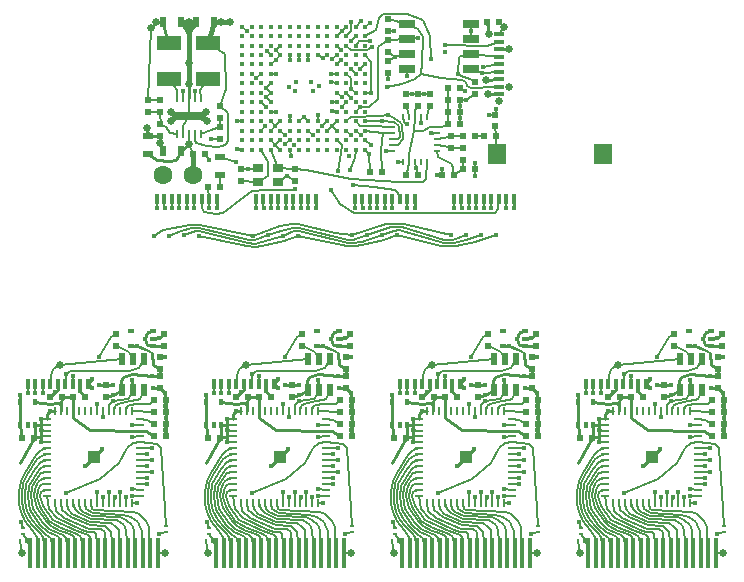
<source format=gtl>
G04 (created by PCBNEW-RS274X (2010-03-14)-final) date Thu 13 Oct 2011 08:56:15 PM EDT*
G01*
G70*
G90*
%MOIN*%
G04 Gerber Fmt 3.4, Leading zero omitted, Abs format*
%FSLAX34Y34*%
G04 APERTURE LIST*
%ADD10C,0.001000*%
%ADD11R,0.010600X0.015700*%
%ADD12R,0.015700X0.010600*%
%ADD13R,0.019700X0.023600*%
%ADD14R,0.023600X0.019700*%
%ADD15R,0.023600X0.035400*%
%ADD16R,0.035400X0.023600*%
%ADD17R,0.082700X0.049200*%
%ADD18C,0.063000*%
%ADD19R,0.035400X0.031500*%
%ADD20R,0.059100X0.070900*%
%ADD21C,0.016000*%
%ADD22R,0.013000X0.100000*%
%ADD23R,0.013000X0.032000*%
%ADD24R,0.032000X0.013000*%
%ADD25R,0.010200X0.031500*%
%ADD26R,0.118100X0.029500*%
%ADD27R,0.023600X0.009800*%
%ADD28R,0.009800X0.023600*%
%ADD29R,0.025600X0.009800*%
%ADD30R,0.009800X0.025600*%
%ADD31R,0.039400X0.039400*%
%ADD32R,0.015700X0.023600*%
%ADD33R,0.023600X0.015700*%
%ADD34R,0.055100X0.027600*%
%ADD35R,0.023600X0.042000*%
%ADD36C,0.025000*%
%ADD37C,0.005000*%
%ADD38C,0.010000*%
%ADD39C,0.008000*%
%ADD40C,0.015000*%
G04 APERTURE END LIST*
G54D10*
G54D11*
X17552Y-01500D03*
X17748Y-01500D03*
G54D12*
X17650Y-01248D03*
X17650Y-01052D03*
X22400Y-01002D03*
X22400Y-01198D03*
G54D11*
X29952Y-01500D03*
X30148Y-01500D03*
G54D12*
X30050Y-01248D03*
X30050Y-01052D03*
X34800Y-01002D03*
X34800Y-01198D03*
G54D11*
X36152Y-01500D03*
X36348Y-01500D03*
G54D12*
X36250Y-01248D03*
X36250Y-01052D03*
X41000Y-01002D03*
X41000Y-01198D03*
G54D11*
X23752Y-01500D03*
X23948Y-01500D03*
G54D12*
X23850Y-01248D03*
X23850Y-01052D03*
X28600Y-01002D03*
X28600Y-01198D03*
G54D13*
X18553Y03300D03*
X18947Y03300D03*
G54D14*
X22350Y05397D03*
X22350Y05003D03*
G54D13*
X17997Y01950D03*
X17603Y01950D03*
G54D14*
X22200Y04647D03*
X22200Y04253D03*
X22200Y03603D03*
X22200Y03997D03*
X20750Y05003D03*
X20750Y05397D03*
X20400Y03303D03*
X20400Y03697D03*
G54D13*
X19303Y03300D03*
X19697Y03300D03*
X22003Y02000D03*
X22397Y02000D03*
X22003Y02800D03*
X22397Y02800D03*
X22003Y03200D03*
X22397Y03200D03*
X22003Y02400D03*
X22397Y02400D03*
X30953Y03300D03*
X31347Y03300D03*
G54D14*
X34750Y05397D03*
X34750Y05003D03*
G54D13*
X30397Y01950D03*
X30003Y01950D03*
G54D14*
X34600Y04647D03*
X34600Y04253D03*
X34600Y03603D03*
X34600Y03997D03*
X33150Y05003D03*
X33150Y05397D03*
X32800Y03303D03*
X32800Y03697D03*
G54D13*
X31703Y03300D03*
X32097Y03300D03*
X34403Y02000D03*
X34797Y02000D03*
X34403Y02800D03*
X34797Y02800D03*
X34403Y03200D03*
X34797Y03200D03*
X34403Y02400D03*
X34797Y02400D03*
X37153Y03300D03*
X37547Y03300D03*
G54D14*
X40950Y05397D03*
X40950Y05003D03*
G54D13*
X36597Y01950D03*
X36203Y01950D03*
G54D14*
X40800Y04647D03*
X40800Y04253D03*
X40800Y03603D03*
X40800Y03997D03*
X39350Y05003D03*
X39350Y05397D03*
X39000Y03303D03*
X39000Y03697D03*
G54D13*
X37903Y03300D03*
X38297Y03300D03*
X40603Y02000D03*
X40997Y02000D03*
X40603Y02800D03*
X40997Y02800D03*
X40603Y03200D03*
X40997Y03200D03*
X40603Y02400D03*
X40997Y02400D03*
X24753Y03300D03*
X25147Y03300D03*
G54D14*
X28550Y05397D03*
X28550Y05003D03*
G54D13*
X24197Y01950D03*
X23803Y01950D03*
G54D14*
X28400Y04647D03*
X28400Y04253D03*
X28400Y03603D03*
X28400Y03997D03*
X26950Y05003D03*
X26950Y05397D03*
X26600Y03303D03*
X26600Y03697D03*
G54D13*
X25503Y03300D03*
X25897Y03300D03*
X28203Y02000D03*
X28597Y02000D03*
X28203Y02800D03*
X28597Y02800D03*
X28203Y03200D03*
X28597Y03200D03*
X28203Y02400D03*
X28597Y02400D03*
G54D14*
X24900Y10897D03*
X24900Y10503D03*
X26700Y10503D03*
X26700Y10897D03*
X29800Y14103D03*
X29800Y14497D03*
X24200Y12603D03*
X24200Y12997D03*
X24200Y11903D03*
X24200Y12297D03*
X22200Y13197D03*
X22200Y12803D03*
X22200Y12397D03*
X22200Y12003D03*
X21800Y12803D03*
X21800Y13197D03*
G54D13*
X23303Y11400D03*
X23697Y11400D03*
G54D14*
X30400Y13003D03*
X30400Y13397D03*
X31200Y13003D03*
X31200Y13397D03*
G54D13*
X32697Y12000D03*
X32303Y12000D03*
G54D14*
X31900Y11997D03*
X31900Y11603D03*
X32300Y11203D03*
X32300Y11597D03*
G54D13*
X32697Y10900D03*
X32303Y10900D03*
X31603Y10700D03*
X31997Y10700D03*
X33003Y12000D03*
X33397Y12000D03*
G54D14*
X33388Y12326D03*
X33388Y12720D03*
G54D13*
X32197Y13600D03*
X31803Y13600D03*
X32197Y13200D03*
X31803Y13200D03*
X32197Y12800D03*
X31803Y12800D03*
X32197Y12400D03*
X31803Y12400D03*
X29203Y10800D03*
X29597Y10800D03*
G54D14*
X30800Y13397D03*
X30800Y13003D03*
G54D13*
X30797Y10700D03*
X30403Y10700D03*
G54D14*
X29800Y15197D03*
X29800Y14803D03*
X29800Y15897D03*
X29800Y15503D03*
X32700Y13797D03*
X32700Y13403D03*
G54D15*
X22895Y15800D03*
X22305Y15800D03*
X23405Y15800D03*
X23995Y15800D03*
X22305Y11500D03*
X22895Y11500D03*
G54D16*
X21800Y11995D03*
X21800Y11405D03*
G54D17*
X22500Y13900D03*
X22500Y15100D03*
X23800Y13900D03*
X23800Y15100D03*
G54D18*
X22300Y10700D03*
X23300Y10700D03*
G54D19*
X25475Y10454D03*
X26125Y10454D03*
X26125Y10946D03*
X25475Y10946D03*
G54D20*
X33429Y11400D03*
X36972Y11400D03*
G54D21*
X29047Y11553D03*
X28732Y11553D03*
X28417Y11553D03*
X28102Y11553D03*
X27787Y11553D03*
X27472Y11553D03*
X27157Y11553D03*
X26842Y11553D03*
X26527Y11553D03*
X26212Y11553D03*
X25897Y11553D03*
X25582Y11553D03*
X25267Y11553D03*
X24953Y11553D03*
X29047Y11868D03*
X28732Y11868D03*
X28417Y11868D03*
X28102Y11868D03*
X27787Y11868D03*
X27472Y11868D03*
X27157Y11868D03*
X26842Y11868D03*
X26527Y11868D03*
X26212Y11868D03*
X25897Y11868D03*
X25582Y11868D03*
X25267Y11868D03*
X24953Y11868D03*
X29047Y12183D03*
X28732Y12183D03*
X28417Y12183D03*
X28102Y12183D03*
X27787Y12183D03*
X27472Y12183D03*
X27157Y12183D03*
X26842Y12183D03*
X26527Y12183D03*
X26212Y12183D03*
X25897Y12183D03*
X25582Y12183D03*
X25267Y12183D03*
X24953Y12183D03*
X29047Y12498D03*
X28732Y12498D03*
X28417Y12498D03*
X28102Y12498D03*
X27787Y12498D03*
X27472Y12498D03*
X27157Y12498D03*
X26842Y12498D03*
X26527Y12498D03*
X26212Y12498D03*
X25897Y12498D03*
X25582Y12498D03*
X25267Y12498D03*
X24953Y12498D03*
X29047Y12813D03*
X28732Y12813D03*
X28417Y12813D03*
X28102Y12813D03*
X25897Y12813D03*
X25582Y12813D03*
X25267Y12813D03*
X24953Y12813D03*
X29047Y13128D03*
X28732Y13128D03*
X28417Y13128D03*
X28102Y13128D03*
X25897Y13128D03*
X25582Y13128D03*
X25267Y13128D03*
X24953Y13128D03*
X29047Y13443D03*
X28732Y13443D03*
X28417Y13443D03*
X28102Y13443D03*
X25897Y13443D03*
X25582Y13443D03*
X25267Y13443D03*
X24953Y13443D03*
X29047Y13758D03*
X28732Y13758D03*
X28417Y13758D03*
X28102Y13758D03*
X25897Y13758D03*
X25582Y13758D03*
X25267Y13758D03*
X24953Y13758D03*
X29047Y14073D03*
X28732Y14073D03*
X28417Y14073D03*
X28102Y14073D03*
X25897Y14073D03*
X25582Y14073D03*
X25267Y14073D03*
X24953Y14073D03*
X29047Y14388D03*
X28732Y14388D03*
X28417Y14388D03*
X28102Y14388D03*
X25897Y14388D03*
X25582Y14388D03*
X25267Y14388D03*
X24953Y14388D03*
X29047Y14703D03*
X28732Y14703D03*
X28417Y14703D03*
X28102Y14703D03*
X27787Y14703D03*
X27472Y14703D03*
X27157Y14703D03*
X26842Y14703D03*
X26527Y14703D03*
X26212Y14703D03*
X25897Y14703D03*
X25582Y14703D03*
X25267Y14703D03*
X24953Y14703D03*
X29047Y15018D03*
X28732Y15018D03*
X28417Y15018D03*
X28102Y15018D03*
X27787Y15018D03*
X27472Y15018D03*
X27157Y15018D03*
X26842Y15018D03*
X26527Y15018D03*
X26212Y15018D03*
X25897Y15018D03*
X25582Y15018D03*
X25267Y15018D03*
X24953Y15018D03*
X29047Y15333D03*
X28732Y15333D03*
X28417Y15333D03*
X28102Y15333D03*
X27787Y15333D03*
X27472Y15333D03*
X27157Y15333D03*
X26842Y15333D03*
X26527Y15333D03*
X26212Y15333D03*
X25897Y15333D03*
X25582Y15333D03*
X25267Y15333D03*
X24953Y15333D03*
X29047Y15647D03*
X28732Y15647D03*
X28417Y15647D03*
X28102Y15647D03*
X27787Y15647D03*
X27472Y15647D03*
X27157Y15647D03*
X26842Y15647D03*
X26527Y15647D03*
X26212Y15647D03*
X25897Y15647D03*
X25582Y15647D03*
X25267Y15647D03*
X24953Y15647D03*
G54D22*
X17875Y-01900D03*
X18125Y-01900D03*
X18375Y-01900D03*
X18625Y-01900D03*
X18875Y-01900D03*
X19125Y-01900D03*
X19375Y-01900D03*
X19625Y-01900D03*
X19875Y-01900D03*
X20125Y-01900D03*
X20375Y-01900D03*
X20625Y-01900D03*
X20875Y-01900D03*
X21125Y-01900D03*
X21375Y-01900D03*
X21625Y-01900D03*
X21875Y-01900D03*
X22125Y-01900D03*
X30275Y-01900D03*
X30525Y-01900D03*
X30775Y-01900D03*
X31025Y-01900D03*
X31275Y-01900D03*
X31525Y-01900D03*
X31775Y-01900D03*
X32025Y-01900D03*
X32275Y-01900D03*
X32525Y-01900D03*
X32775Y-01900D03*
X33025Y-01900D03*
X33275Y-01900D03*
X33525Y-01900D03*
X33775Y-01900D03*
X34025Y-01900D03*
X34275Y-01900D03*
X34525Y-01900D03*
X36475Y-01900D03*
X36725Y-01900D03*
X36975Y-01900D03*
X37225Y-01900D03*
X37475Y-01900D03*
X37725Y-01900D03*
X37975Y-01900D03*
X38225Y-01900D03*
X38475Y-01900D03*
X38725Y-01900D03*
X38975Y-01900D03*
X39225Y-01900D03*
X39475Y-01900D03*
X39725Y-01900D03*
X39975Y-01900D03*
X40225Y-01900D03*
X40475Y-01900D03*
X40725Y-01900D03*
X24075Y-01900D03*
X24325Y-01900D03*
X24575Y-01900D03*
X24825Y-01900D03*
X25075Y-01900D03*
X25325Y-01900D03*
X25575Y-01900D03*
X25825Y-01900D03*
X26075Y-01900D03*
X26325Y-01900D03*
X26575Y-01900D03*
X26825Y-01900D03*
X27075Y-01900D03*
X27325Y-01900D03*
X27575Y-01900D03*
X27825Y-01900D03*
X28075Y-01900D03*
X28325Y-01900D03*
G54D23*
X19800Y03750D03*
X19550Y03750D03*
X19300Y03750D03*
X19050Y03750D03*
X18800Y03750D03*
X18550Y03750D03*
X18300Y03750D03*
X18050Y03750D03*
X17800Y03750D03*
X22100Y09900D03*
X22350Y09900D03*
X22600Y09900D03*
X22850Y09900D03*
X23100Y09900D03*
X23350Y09900D03*
X23600Y09900D03*
X23850Y09900D03*
X24100Y09900D03*
X32200Y03750D03*
X31950Y03750D03*
X31700Y03750D03*
X31450Y03750D03*
X31200Y03750D03*
X30950Y03750D03*
X30700Y03750D03*
X30450Y03750D03*
X30200Y03750D03*
X28700Y09900D03*
X28950Y09900D03*
X29200Y09900D03*
X29450Y09900D03*
X29700Y09900D03*
X29950Y09900D03*
X30200Y09900D03*
X30450Y09900D03*
X30700Y09900D03*
X38400Y03750D03*
X38150Y03750D03*
X37900Y03750D03*
X37650Y03750D03*
X37400Y03750D03*
X37150Y03750D03*
X36900Y03750D03*
X36650Y03750D03*
X36400Y03750D03*
X32000Y09900D03*
X32250Y09900D03*
X32500Y09900D03*
X32750Y09900D03*
X33000Y09900D03*
X33250Y09900D03*
X33500Y09900D03*
X33750Y09900D03*
X34000Y09900D03*
X26000Y03750D03*
X25750Y03750D03*
X25500Y03750D03*
X25250Y03750D03*
X25000Y03750D03*
X24750Y03750D03*
X24500Y03750D03*
X24250Y03750D03*
X24000Y03750D03*
X25400Y09900D03*
X25650Y09900D03*
X25900Y09900D03*
X26150Y09900D03*
X26400Y09900D03*
X26650Y09900D03*
X26900Y09900D03*
X27150Y09900D03*
X27400Y09900D03*
G54D24*
X33500Y13400D03*
X33500Y13650D03*
X33500Y13900D03*
X33500Y14150D03*
X33500Y14400D03*
X33500Y14650D03*
X33500Y14900D03*
X33500Y15150D03*
X33500Y15400D03*
G54D25*
X22776Y12075D03*
X22973Y12075D03*
X23170Y12075D03*
X23367Y12075D03*
X23564Y12075D03*
X23564Y13257D03*
X23367Y13257D03*
X23170Y13257D03*
X22973Y13257D03*
X22776Y13257D03*
G54D26*
X23170Y12666D03*
G54D27*
X29952Y11900D03*
X29952Y12097D03*
X29952Y12294D03*
X29952Y11703D03*
X29952Y11506D03*
X31448Y12294D03*
X31448Y12097D03*
X31448Y11900D03*
X31448Y11703D03*
X31448Y11506D03*
G54D28*
X30700Y12648D03*
X30897Y12648D03*
X31094Y12648D03*
X30503Y12648D03*
X30306Y12648D03*
X30700Y11152D03*
X30897Y11152D03*
X31094Y11152D03*
X30503Y11152D03*
X30306Y11152D03*
G54D29*
X21545Y00020D03*
X21545Y00217D03*
X21545Y00414D03*
X21545Y00611D03*
X21545Y00808D03*
X21545Y01005D03*
X21545Y01202D03*
X21545Y01398D03*
X21545Y01595D03*
X21545Y01792D03*
X21545Y01989D03*
X21545Y02186D03*
X21545Y02383D03*
X21545Y02580D03*
X18455Y02580D03*
X18455Y02383D03*
X18455Y02186D03*
X18455Y01989D03*
X18455Y01792D03*
X18455Y01595D03*
X18455Y01398D03*
X18455Y01202D03*
X18455Y01005D03*
X18455Y00808D03*
X18455Y00611D03*
X18455Y00414D03*
X18455Y00217D03*
X18455Y00020D03*
G54D30*
X18918Y-00245D03*
X19115Y-00245D03*
X19312Y-00245D03*
X19509Y-00245D03*
X19706Y-00245D03*
X19903Y-00245D03*
X20100Y-00245D03*
X20296Y-00245D03*
X20493Y-00245D03*
X20690Y-00245D03*
X20887Y-00245D03*
X21084Y-00245D03*
X21281Y-00245D03*
X21279Y02845D03*
X21082Y02845D03*
X20885Y02845D03*
X20689Y02845D03*
X20492Y02845D03*
X20295Y02845D03*
X20098Y02845D03*
X19901Y02845D03*
X19704Y02845D03*
X19507Y02845D03*
X19311Y02845D03*
X19114Y02845D03*
X18917Y02845D03*
X18720Y02845D03*
X18721Y-00245D03*
G54D31*
X20000Y01300D03*
G54D29*
X33945Y00020D03*
X33945Y00217D03*
X33945Y00414D03*
X33945Y00611D03*
X33945Y00808D03*
X33945Y01005D03*
X33945Y01202D03*
X33945Y01398D03*
X33945Y01595D03*
X33945Y01792D03*
X33945Y01989D03*
X33945Y02186D03*
X33945Y02383D03*
X33945Y02580D03*
X30855Y02580D03*
X30855Y02383D03*
X30855Y02186D03*
X30855Y01989D03*
X30855Y01792D03*
X30855Y01595D03*
X30855Y01398D03*
X30855Y01202D03*
X30855Y01005D03*
X30855Y00808D03*
X30855Y00611D03*
X30855Y00414D03*
X30855Y00217D03*
X30855Y00020D03*
G54D30*
X31318Y-00245D03*
X31515Y-00245D03*
X31712Y-00245D03*
X31909Y-00245D03*
X32106Y-00245D03*
X32303Y-00245D03*
X32500Y-00245D03*
X32696Y-00245D03*
X32893Y-00245D03*
X33090Y-00245D03*
X33287Y-00245D03*
X33484Y-00245D03*
X33681Y-00245D03*
X33679Y02845D03*
X33482Y02845D03*
X33285Y02845D03*
X33089Y02845D03*
X32892Y02845D03*
X32695Y02845D03*
X32498Y02845D03*
X32301Y02845D03*
X32104Y02845D03*
X31907Y02845D03*
X31711Y02845D03*
X31514Y02845D03*
X31317Y02845D03*
X31120Y02845D03*
X31121Y-00245D03*
G54D31*
X32400Y01300D03*
G54D29*
X40145Y00020D03*
X40145Y00217D03*
X40145Y00414D03*
X40145Y00611D03*
X40145Y00808D03*
X40145Y01005D03*
X40145Y01202D03*
X40145Y01398D03*
X40145Y01595D03*
X40145Y01792D03*
X40145Y01989D03*
X40145Y02186D03*
X40145Y02383D03*
X40145Y02580D03*
X37055Y02580D03*
X37055Y02383D03*
X37055Y02186D03*
X37055Y01989D03*
X37055Y01792D03*
X37055Y01595D03*
X37055Y01398D03*
X37055Y01202D03*
X37055Y01005D03*
X37055Y00808D03*
X37055Y00611D03*
X37055Y00414D03*
X37055Y00217D03*
X37055Y00020D03*
G54D30*
X37518Y-00245D03*
X37715Y-00245D03*
X37912Y-00245D03*
X38109Y-00245D03*
X38306Y-00245D03*
X38503Y-00245D03*
X38700Y-00245D03*
X38896Y-00245D03*
X39093Y-00245D03*
X39290Y-00245D03*
X39487Y-00245D03*
X39684Y-00245D03*
X39881Y-00245D03*
X39879Y02845D03*
X39682Y02845D03*
X39485Y02845D03*
X39289Y02845D03*
X39092Y02845D03*
X38895Y02845D03*
X38698Y02845D03*
X38501Y02845D03*
X38304Y02845D03*
X38107Y02845D03*
X37911Y02845D03*
X37714Y02845D03*
X37517Y02845D03*
X37320Y02845D03*
X37321Y-00245D03*
G54D31*
X38600Y01300D03*
G54D29*
X27745Y00020D03*
X27745Y00217D03*
X27745Y00414D03*
X27745Y00611D03*
X27745Y00808D03*
X27745Y01005D03*
X27745Y01202D03*
X27745Y01398D03*
X27745Y01595D03*
X27745Y01792D03*
X27745Y01989D03*
X27745Y02186D03*
X27745Y02383D03*
X27745Y02580D03*
X24655Y02580D03*
X24655Y02383D03*
X24655Y02186D03*
X24655Y01989D03*
X24655Y01792D03*
X24655Y01595D03*
X24655Y01398D03*
X24655Y01202D03*
X24655Y01005D03*
X24655Y00808D03*
X24655Y00611D03*
X24655Y00414D03*
X24655Y00217D03*
X24655Y00020D03*
G54D30*
X25118Y-00245D03*
X25315Y-00245D03*
X25512Y-00245D03*
X25709Y-00245D03*
X25906Y-00245D03*
X26103Y-00245D03*
X26300Y-00245D03*
X26496Y-00245D03*
X26693Y-00245D03*
X26890Y-00245D03*
X27087Y-00245D03*
X27284Y-00245D03*
X27481Y-00245D03*
X27479Y02845D03*
X27282Y02845D03*
X27085Y02845D03*
X26889Y02845D03*
X26692Y02845D03*
X26495Y02845D03*
X26298Y02845D03*
X26101Y02845D03*
X25904Y02845D03*
X25707Y02845D03*
X25511Y02845D03*
X25314Y02845D03*
X25117Y02845D03*
X24920Y02845D03*
X24921Y-00245D03*
G54D31*
X26200Y01300D03*
G54D32*
X17544Y02376D03*
X17800Y02376D03*
X18056Y02376D03*
X18056Y03124D03*
X17544Y03124D03*
G54D33*
X21974Y04994D03*
X21974Y05250D03*
X21974Y05506D03*
X21226Y05506D03*
X21226Y04994D03*
G54D32*
X29944Y02376D03*
X30200Y02376D03*
X30456Y02376D03*
X30456Y03124D03*
X29944Y03124D03*
G54D33*
X34374Y04994D03*
X34374Y05250D03*
X34374Y05506D03*
X33626Y05506D03*
X33626Y04994D03*
G54D32*
X36144Y02376D03*
X36400Y02376D03*
X36656Y02376D03*
X36656Y03124D03*
X36144Y03124D03*
G54D33*
X40574Y04994D03*
X40574Y05250D03*
X40574Y05506D03*
X39826Y05506D03*
X39826Y04994D03*
G54D32*
X23744Y02376D03*
X24000Y02376D03*
X24256Y02376D03*
X24256Y03124D03*
X23744Y03124D03*
G54D33*
X28174Y04994D03*
X28174Y05250D03*
X28174Y05506D03*
X27426Y05506D03*
X27426Y04994D03*
G54D34*
X30437Y15750D03*
X30437Y15250D03*
X30437Y14750D03*
X30437Y14250D03*
X32563Y14250D03*
X32563Y14750D03*
X32563Y15250D03*
X32563Y15750D03*
G54D35*
X20926Y03538D03*
X21300Y03538D03*
X21674Y03538D03*
X21674Y04562D03*
X21300Y04562D03*
X20926Y04562D03*
X33326Y03538D03*
X33700Y03538D03*
X34074Y03538D03*
X34074Y04562D03*
X33700Y04562D03*
X33326Y04562D03*
X39526Y03538D03*
X39900Y03538D03*
X40274Y03538D03*
X40274Y04562D03*
X39900Y04562D03*
X39526Y04562D03*
X27126Y03538D03*
X27500Y03538D03*
X27874Y03538D03*
X27874Y04562D03*
X27500Y04562D03*
X27126Y04562D03*
G54D13*
X33497Y15800D03*
X33103Y15800D03*
X24197Y10300D03*
X23803Y10300D03*
G54D16*
X24200Y11295D03*
X24200Y10705D03*
G54D21*
X28886Y14237D03*
X26704Y10232D03*
X28571Y13285D03*
X28631Y10376D03*
X28267Y12986D03*
X27918Y10219D03*
X29753Y11510D03*
X28882Y12974D03*
X30808Y15255D03*
X29799Y12695D03*
X32947Y14098D03*
X26682Y11714D03*
X29798Y13912D03*
X32969Y14311D03*
X28892Y12030D03*
X29774Y13645D03*
X28581Y12033D03*
X30142Y11150D03*
X29239Y11699D03*
X24748Y11152D03*
X26361Y12024D03*
X23504Y08685D03*
X26798Y08678D03*
X30098Y08697D03*
X33400Y08704D03*
X29242Y13447D03*
X29601Y12491D03*
X32142Y14080D03*
X28892Y15821D03*
X29272Y14970D03*
X28573Y15811D03*
X28569Y15187D03*
X29200Y15169D03*
X31230Y14556D03*
X20106Y00144D03*
X20303Y-00018D03*
X20495Y00138D03*
X20692Y-00014D03*
X20882Y00146D03*
X21083Y-00014D03*
X21431Y-00243D03*
X21291Y00018D03*
X21291Y00239D03*
X21786Y00397D03*
X21783Y00609D03*
X27983Y00609D03*
X21928Y00814D03*
X21785Y01007D03*
X21928Y01200D03*
X21783Y01397D03*
X21932Y01588D03*
X19059Y04076D03*
X20637Y03386D03*
X21933Y04016D03*
X21453Y04989D03*
G54D36*
X18858Y04355D03*
G54D21*
X19308Y04007D03*
X20296Y02623D03*
X18302Y03446D03*
X20097Y03067D03*
X17798Y03451D03*
X28571Y14226D03*
X26899Y09608D03*
X26306Y00144D03*
X26503Y-00018D03*
X26695Y00138D03*
X26892Y-00014D03*
X27082Y00146D03*
X27283Y-00014D03*
X27631Y-00243D03*
X27491Y00018D03*
X27491Y00239D03*
X27986Y00397D03*
X28128Y00814D03*
X27985Y01007D03*
X28128Y01200D03*
X27983Y01397D03*
X28132Y01588D03*
X25259Y04076D03*
X27653Y04989D03*
X28133Y04016D03*
X26837Y03386D03*
G54D36*
X25058Y04355D03*
G54D21*
X25508Y04007D03*
X26368Y04643D03*
X32568Y04643D03*
X24502Y03446D03*
X26496Y02623D03*
X23998Y03451D03*
X26297Y03067D03*
X22997Y08688D03*
X26299Y08685D03*
X29595Y08694D03*
X32900Y08700D03*
X28576Y13583D03*
X32506Y00144D03*
X32703Y-00018D03*
X32895Y00138D03*
X33092Y-00014D03*
X33282Y00146D03*
X33483Y-00014D03*
X33831Y-00243D03*
X33691Y00018D03*
X33691Y00239D03*
X34186Y00397D03*
X34183Y00609D03*
X34328Y00814D03*
X34185Y01007D03*
X34328Y01200D03*
X34183Y01397D03*
X34332Y01588D03*
X31459Y04076D03*
X33853Y04989D03*
X34333Y04016D03*
X33037Y03386D03*
G54D36*
X31258Y04355D03*
G54D21*
X31708Y04007D03*
X30702Y03446D03*
X32696Y02623D03*
X30198Y03451D03*
X32497Y03067D03*
X38706Y00144D03*
X38903Y-00018D03*
X39095Y00138D03*
X39292Y-00014D03*
X39482Y00146D03*
X39683Y-00014D03*
X40031Y-00243D03*
X39891Y00018D03*
X39891Y00239D03*
X40386Y00397D03*
X40383Y00609D03*
X40528Y00814D03*
X40385Y01007D03*
X40528Y01200D03*
X40383Y01397D03*
X40532Y01588D03*
X28145Y10841D03*
X22497Y08682D03*
X25802Y08688D03*
X29104Y08697D03*
X32403Y08700D03*
X22003Y08679D03*
X25308Y08685D03*
X28595Y08708D03*
X31900Y08697D03*
X28555Y10863D03*
X37659Y04076D03*
X40053Y04989D03*
X40533Y04016D03*
X39237Y03386D03*
G54D36*
X37458Y04355D03*
G54D21*
X37908Y04007D03*
X38768Y04643D03*
X20168Y04643D03*
X36902Y03446D03*
X38896Y02623D03*
X36398Y03451D03*
X38697Y03067D03*
X21276Y02380D03*
X21276Y01985D03*
X22391Y02194D03*
X22403Y02607D03*
X22391Y03008D03*
X19551Y03502D03*
X18707Y03465D03*
X21269Y03875D03*
X20648Y03166D03*
X20637Y03696D03*
X20172Y03696D03*
X22379Y03429D03*
X21987Y03594D03*
X22160Y05275D03*
X22387Y04651D03*
X18240Y01791D03*
X18243Y02191D03*
X18245Y02576D03*
X18545Y02845D03*
X18052Y03449D03*
X20276Y01575D03*
X19705Y00999D03*
G54D36*
X22367Y-01901D03*
X17599Y-01896D03*
G54D21*
X23103Y09610D03*
X23845Y09611D03*
X22358Y09614D03*
X25658Y09614D03*
X27145Y09611D03*
X26403Y09610D03*
G54D36*
X23799Y-01896D03*
X28567Y-01901D03*
G54D21*
X25905Y00999D03*
X26476Y01575D03*
X24252Y03449D03*
X24745Y02845D03*
X24445Y02576D03*
X24443Y02191D03*
X24440Y01791D03*
X28587Y04651D03*
X28360Y05275D03*
X28187Y03594D03*
X28579Y03429D03*
X26372Y03696D03*
X26837Y03696D03*
X26848Y03166D03*
X27469Y03875D03*
X24907Y03465D03*
X25751Y03502D03*
X28591Y03008D03*
X28603Y02607D03*
X28591Y02194D03*
X27476Y01985D03*
X27476Y02380D03*
X28958Y09614D03*
X30445Y09611D03*
X29703Y09610D03*
G54D36*
X29999Y-01896D03*
X34767Y-01901D03*
G54D21*
X32105Y00999D03*
X32676Y01575D03*
X30452Y03449D03*
X30945Y02845D03*
X30645Y02576D03*
X30643Y02191D03*
X30640Y01791D03*
X34787Y04651D03*
X34560Y05275D03*
X34387Y03594D03*
X34779Y03429D03*
X32572Y03696D03*
X33037Y03696D03*
X33048Y03166D03*
X33669Y03875D03*
X31107Y03465D03*
X31951Y03502D03*
X34791Y03008D03*
X34803Y02607D03*
X34791Y02194D03*
X33676Y01985D03*
X33676Y02380D03*
X32258Y09614D03*
X33745Y09611D03*
X33003Y09610D03*
G54D36*
X36199Y-01896D03*
X40967Y-01901D03*
G54D21*
X38305Y00999D03*
X38876Y01575D03*
X36652Y03449D03*
X37145Y02845D03*
X36845Y02576D03*
X36843Y02191D03*
X36840Y01791D03*
X40987Y04651D03*
X40760Y05275D03*
X40587Y03594D03*
X40979Y03429D03*
X38772Y03696D03*
X39237Y03696D03*
X39248Y03166D03*
X39869Y03875D03*
X37307Y03465D03*
X38151Y03502D03*
X40991Y03008D03*
X41003Y02607D03*
X40991Y02194D03*
X39876Y01985D03*
X39876Y02380D03*
X30736Y10922D03*
X26056Y12342D03*
X26056Y11714D03*
X26577Y11349D03*
X27948Y12339D03*
X27940Y13126D03*
X27918Y13804D03*
X28244Y14533D03*
X27635Y14605D03*
X26843Y14532D03*
X26061Y14858D03*
X26064Y14547D03*
X25743Y13294D03*
X25739Y13605D03*
X28239Y14867D03*
X30607Y13394D03*
X31001Y13390D03*
X30434Y14009D03*
X32197Y12601D03*
X32193Y12999D03*
X32422Y13194D03*
X33189Y12719D03*
X33395Y12908D03*
X32692Y11104D03*
X32698Y10687D03*
X31606Y10904D03*
X31428Y10704D03*
X28512Y11337D03*
G54D36*
X33836Y14906D03*
X33088Y13864D03*
X33509Y13157D03*
X23759Y12516D03*
X23754Y12815D03*
X22571Y12818D03*
X22573Y12516D03*
X23165Y13751D03*
X23162Y14438D03*
X23162Y15793D03*
X23162Y15508D03*
G54D21*
X26447Y10680D03*
X25153Y10919D03*
X26497Y13652D03*
X27500Y13655D03*
X27297Y13501D03*
X26703Y13496D03*
X26736Y13808D03*
X27255Y13803D03*
X30439Y12392D03*
X30897Y12444D03*
G54D36*
X33164Y15399D03*
G54D21*
X23918Y11906D03*
X23827Y11205D03*
X24778Y11554D03*
X31716Y14796D03*
X31242Y12098D03*
X25115Y15495D03*
X27011Y12643D03*
G54D36*
X22220Y11785D03*
X21788Y12282D03*
G54D21*
X24779Y12501D03*
X31694Y15030D03*
X22097Y09617D03*
X22596Y09609D03*
X23352Y09610D03*
X22845Y09607D03*
X17558Y-00879D03*
X19061Y00117D03*
X25261Y00117D03*
X22174Y-01268D03*
X28697Y09617D03*
X29196Y09609D03*
X29952Y09610D03*
X29445Y09607D03*
X29958Y-00879D03*
X31461Y00117D03*
X34574Y-01268D03*
X31997Y09617D03*
X32496Y09609D03*
X33252Y09610D03*
X32745Y09607D03*
X36158Y-00879D03*
X37661Y00117D03*
X40774Y-01268D03*
X25397Y09617D03*
X25896Y09609D03*
X26652Y09610D03*
X26145Y09607D03*
X23758Y-00879D03*
X28374Y-01268D03*
X27475Y12705D03*
X27926Y12823D03*
X27951Y14557D03*
X26533Y14532D03*
X26071Y14073D03*
X26063Y12818D03*
G54D36*
X24241Y15810D03*
X24534Y15810D03*
G54D21*
X26374Y11722D03*
X27157Y14536D03*
X27914Y14054D03*
X26527Y12681D03*
X25719Y12324D03*
X25735Y12972D03*
X30027Y14649D03*
X32562Y15492D03*
X29167Y11388D03*
X25758Y14839D03*
X28267Y15490D03*
X29210Y15775D03*
X27303Y12036D03*
X27618Y12338D03*
X25416Y13921D03*
X32370Y13490D03*
X30020Y15500D03*
G54D36*
X22062Y15805D03*
X21900Y15611D03*
G54D21*
X28271Y13291D03*
X22973Y13520D03*
X23368Y13516D03*
G54D36*
X23175Y11739D03*
G54D21*
X21714Y05251D03*
X19935Y03612D03*
X19939Y03911D03*
X17546Y03370D03*
X24099Y09594D03*
X27399Y09594D03*
X23746Y03370D03*
X26139Y03911D03*
X26135Y03612D03*
X27914Y05251D03*
X30699Y09594D03*
X29946Y03370D03*
X32339Y03911D03*
X32335Y03612D03*
X34114Y05251D03*
X33999Y09594D03*
X36146Y03370D03*
X38539Y03911D03*
X38535Y03612D03*
X40314Y05251D03*
G54D36*
X33149Y13414D03*
X33849Y13644D03*
X33670Y15640D03*
G54D37*
X21594Y00613D02*
X21814Y00608D01*
X27794Y00613D02*
X28014Y00608D01*
X33994Y00613D02*
X34214Y00608D01*
X40194Y00613D02*
X40414Y00608D01*
X31294Y12077D02*
X31246Y12094D01*
X29047Y14388D02*
X28886Y14237D01*
X23600Y09900D02*
X23602Y09600D01*
X23602Y09600D02*
X23683Y09470D01*
X23683Y09470D02*
X24072Y09416D01*
X24072Y09416D02*
X24310Y09443D01*
X24310Y09443D02*
X25007Y09967D01*
X25007Y09967D02*
X25283Y10167D01*
X25283Y10167D02*
X25753Y10194D01*
X25753Y10194D02*
X26601Y10199D01*
X26601Y10199D02*
X26704Y10232D01*
X28417Y13443D02*
X28571Y13285D01*
X30200Y09900D02*
X30156Y10090D01*
X30156Y10090D02*
X30037Y10193D01*
X30037Y10193D02*
X29356Y10311D01*
X28631Y10376D02*
X29356Y10311D01*
X28267Y12986D02*
X28417Y13128D01*
X33500Y09900D02*
X33489Y09562D01*
X33489Y09562D02*
X33358Y09440D01*
X33358Y09440D02*
X28667Y09436D01*
X28667Y09436D02*
X28207Y09742D01*
X27918Y10219D02*
X28207Y09742D01*
X29952Y11506D02*
X29753Y11510D01*
X28732Y12813D02*
X28882Y12974D01*
X29800Y15197D02*
X30437Y15250D01*
X28882Y12974D02*
X29171Y12972D01*
X29171Y12972D02*
X29464Y13243D01*
X29464Y13243D02*
X29473Y14987D01*
X29473Y14987D02*
X29800Y15197D01*
X30437Y15250D02*
X30808Y15255D01*
X29952Y11703D02*
X30137Y11707D01*
X30304Y11907D02*
X30137Y11707D01*
X30304Y11907D02*
X30282Y12384D01*
X30282Y12384D02*
X30233Y12444D01*
X30233Y12444D02*
X30014Y12617D01*
X30014Y12617D02*
X29799Y12695D01*
X28417Y12498D02*
X28575Y12653D01*
X28575Y12653D02*
X29532Y12655D01*
X32947Y14098D02*
X33500Y14150D01*
X29799Y12695D02*
X29532Y12655D01*
X32947Y14098D02*
X32563Y14250D01*
X29800Y14103D02*
X29798Y13912D01*
X32969Y14311D02*
X33500Y14400D01*
X28732Y12498D02*
X28890Y12339D01*
X28890Y12339D02*
X29268Y12339D01*
X29268Y12339D02*
X29952Y12294D01*
X29047Y12183D02*
X29633Y12109D01*
X29633Y12109D02*
X29952Y12097D01*
X29633Y12109D02*
X29563Y11545D01*
X29563Y11545D02*
X29597Y10800D01*
X28892Y12030D02*
X28732Y12183D01*
X29800Y15897D02*
X30437Y15750D01*
X30437Y15750D02*
X30809Y15581D01*
X30809Y15581D02*
X30977Y15310D01*
X30977Y15310D02*
X30951Y14452D01*
X30951Y14452D02*
X30921Y14063D01*
X30921Y14063D02*
X30693Y13915D01*
X30693Y13915D02*
X30269Y13728D01*
X30269Y13728D02*
X29774Y13645D01*
X33172Y13645D02*
X32744Y13600D01*
X32744Y13600D02*
X32559Y13596D01*
X32559Y13596D02*
X32442Y13663D01*
X32442Y13663D02*
X32393Y13789D01*
X32393Y13789D02*
X32262Y13884D01*
X32262Y13884D02*
X31587Y13929D01*
X31587Y13929D02*
X30921Y14063D01*
X33172Y13645D02*
X33500Y13650D01*
X28417Y12183D02*
X28581Y12033D01*
X30306Y11152D02*
X30142Y11150D01*
X29047Y11868D02*
X29239Y11699D01*
X24200Y11295D02*
X24748Y11152D01*
X26212Y12183D02*
X26361Y12024D01*
X29047Y14703D02*
X29252Y14459D01*
X29252Y14459D02*
X29242Y13447D01*
X29242Y13447D02*
X29047Y13443D01*
X26798Y08678D02*
X26354Y08504D01*
X26354Y08504D02*
X25619Y08352D01*
X25619Y08352D02*
X25391Y08318D01*
X25391Y08318D02*
X25118Y08339D01*
X25118Y08339D02*
X23504Y08685D01*
X30098Y08697D02*
X29658Y08542D01*
X29658Y08542D02*
X28940Y08369D01*
X28940Y08369D02*
X28693Y08337D01*
X28693Y08337D02*
X28454Y08337D01*
X28454Y08337D02*
X26798Y08678D01*
X33400Y08704D02*
X32698Y08468D01*
X32060Y08338D02*
X32698Y08468D01*
X32060Y08338D02*
X31587Y08338D01*
X31587Y08338D02*
X30098Y08697D01*
X29952Y11900D02*
X30130Y11902D01*
X30130Y11902D02*
X30197Y11962D01*
X30178Y12352D02*
X30197Y11962D01*
X30178Y12352D02*
X30016Y12485D01*
X30016Y12485D02*
X29601Y12491D01*
X33500Y14650D02*
X32563Y14750D01*
X32700Y13797D02*
X32546Y13916D01*
X32546Y13916D02*
X32253Y14001D01*
X32142Y14080D02*
X32253Y14001D01*
X32142Y14080D02*
X32176Y14626D01*
X32176Y14626D02*
X32236Y14686D01*
X32236Y14686D02*
X32563Y14750D01*
X29601Y12491D02*
X29047Y12498D01*
X28732Y15647D02*
X28892Y15821D01*
X28417Y15018D02*
X28588Y14872D01*
X28588Y14872D02*
X28771Y14857D01*
X28771Y14857D02*
X29122Y14862D01*
X29272Y14970D02*
X29122Y14862D01*
X28417Y15333D02*
X28573Y15511D01*
X28573Y15511D02*
X28573Y15811D01*
X28732Y15333D02*
X28569Y15187D01*
X28732Y15018D02*
X28834Y15172D01*
X28834Y15172D02*
X29072Y15176D01*
X29200Y15169D02*
X29072Y15176D01*
X29047Y15333D02*
X29407Y15531D01*
X29407Y15531D02*
X29507Y15922D01*
X29507Y15922D02*
X29641Y16072D01*
X29641Y16072D02*
X30427Y16070D01*
X30427Y16070D02*
X30976Y15874D01*
X30976Y15874D02*
X31211Y15328D01*
X31211Y15328D02*
X31230Y14556D01*
X18125Y-01900D02*
X18098Y-01350D01*
X18098Y-01350D02*
X17947Y-01142D01*
X17947Y-01142D02*
X17716Y-00832D01*
X17716Y-00832D02*
X17586Y-00537D01*
X17493Y-00247D02*
X17586Y-00537D01*
X17493Y-00247D02*
X17498Y00123D01*
X17498Y00123D02*
X17561Y00496D01*
X17561Y00496D02*
X17695Y00781D01*
X17695Y00781D02*
X18082Y01379D01*
X18082Y01379D02*
X18251Y01552D01*
X18251Y01552D02*
X18455Y01595D01*
X18721Y-00245D02*
X18757Y-00484D01*
X18757Y-00484D02*
X19022Y-00735D01*
X19022Y-00735D02*
X19847Y-01084D01*
X20233Y-01101D02*
X19847Y-01084D01*
X20233Y-01101D02*
X20361Y-01208D01*
X20361Y-01208D02*
X20375Y-01900D01*
X18918Y-00245D02*
X18953Y-00473D01*
X18953Y-00473D02*
X19243Y-00703D01*
X19243Y-00703D02*
X19866Y-00977D01*
X19866Y-00977D02*
X20383Y-01001D01*
X20383Y-01001D02*
X20582Y-01184D01*
X20582Y-01184D02*
X20625Y-01900D01*
X19115Y-00245D02*
X19148Y-00442D01*
X19148Y-00442D02*
X19278Y-00601D01*
X19278Y-00601D02*
X19886Y-00875D01*
X19886Y-00875D02*
X20572Y-00907D01*
X20572Y-00907D02*
X20755Y-01015D01*
X20755Y-01015D02*
X20833Y-01138D01*
X20833Y-01138D02*
X20875Y-01900D01*
X19312Y-00245D02*
X19360Y-00434D01*
X19360Y-00434D02*
X19496Y-00565D01*
X19496Y-00565D02*
X19910Y-00774D01*
X19910Y-00774D02*
X20762Y-00809D01*
X20762Y-00809D02*
X21014Y-00955D01*
X21014Y-00955D02*
X21080Y-01122D01*
X21080Y-01122D02*
X21125Y-01900D01*
X19509Y-00245D02*
X19551Y-00436D01*
X19551Y-00436D02*
X19654Y-00522D01*
X19654Y-00522D02*
X19940Y-00673D01*
X19940Y-00673D02*
X20867Y-00712D01*
X20867Y-00712D02*
X21080Y-00782D01*
X21080Y-00782D02*
X21286Y-00968D01*
X21286Y-00968D02*
X21333Y-01122D01*
X21333Y-01122D02*
X21375Y-01900D01*
X19706Y-00245D02*
X19735Y-00419D01*
X19735Y-00419D02*
X19969Y-00572D01*
X19969Y-00572D02*
X20984Y-00615D01*
X20984Y-00615D02*
X21226Y-00684D01*
X21226Y-00684D02*
X21461Y-00861D01*
X21461Y-00861D02*
X21556Y-01015D01*
X21556Y-01015D02*
X21599Y-01169D01*
X21599Y-01169D02*
X21625Y-01900D01*
X19903Y-00245D02*
X19933Y-00424D01*
X19933Y-00424D02*
X20015Y-00471D01*
X20015Y-00471D02*
X21346Y-00523D01*
X21346Y-00523D02*
X21514Y-00601D01*
X21514Y-00601D02*
X21745Y-00830D01*
X21837Y-01013D02*
X21745Y-00830D01*
X21837Y-01013D02*
X21875Y-01900D01*
X20100Y-00245D02*
X20106Y00144D01*
X20296Y-00245D02*
X20303Y-00018D01*
X20493Y-00245D02*
X20495Y00138D01*
X18375Y-01900D02*
X18324Y-01374D01*
X18324Y-01374D02*
X18199Y-01224D01*
X18199Y-01224D02*
X17967Y-01000D01*
X17967Y-01000D02*
X17819Y-00794D01*
X17819Y-00794D02*
X17690Y-00523D01*
X17690Y-00523D02*
X17601Y-00210D01*
X17601Y-00210D02*
X17599Y00084D01*
X17599Y00084D02*
X17654Y00440D01*
X17654Y00440D02*
X17763Y00688D01*
X17763Y00688D02*
X18102Y01224D01*
X18102Y01224D02*
X18271Y01353D01*
X18271Y01353D02*
X18455Y01398D01*
X20690Y-00245D02*
X20692Y-00014D01*
X20887Y-00245D02*
X20882Y00146D01*
X21084Y-00245D02*
X21083Y-00014D01*
X21281Y-00245D02*
X21431Y-00243D01*
X21291Y00018D02*
X21545Y00020D01*
X21291Y00239D02*
X21545Y00217D01*
X21786Y00397D02*
X21545Y00414D01*
X21545Y00808D02*
X21928Y00814D01*
X21545Y01005D02*
X21785Y01007D01*
X18625Y-01900D02*
X18569Y-01395D01*
X18569Y-01395D02*
X18422Y-01292D01*
X18422Y-01292D02*
X18153Y-01039D01*
X18153Y-01039D02*
X17935Y-00781D01*
X17935Y-00781D02*
X17786Y-00490D01*
X17786Y-00490D02*
X17707Y-00204D01*
X17707Y-00204D02*
X17700Y00035D01*
X17700Y00035D02*
X17751Y00411D01*
X17751Y00411D02*
X18034Y00894D01*
X18034Y00894D02*
X18246Y01149D01*
X18246Y01149D02*
X18455Y01202D01*
X21545Y01202D02*
X21928Y01200D01*
X21545Y01398D02*
X21783Y01397D01*
X21545Y01595D02*
X21932Y01588D01*
X18875Y-01900D02*
X18832Y-01378D01*
X18832Y-01378D02*
X18718Y-01306D01*
X18718Y-01306D02*
X18462Y-01187D01*
X18462Y-01187D02*
X18219Y-00960D01*
X18219Y-00960D02*
X17883Y-00455D01*
X17883Y-00455D02*
X17802Y-00015D01*
X17802Y-00015D02*
X17845Y00348D01*
X17845Y00348D02*
X18002Y00612D01*
X18002Y00612D02*
X18179Y00866D01*
X18179Y00866D02*
X18280Y00961D01*
X18280Y00961D02*
X18455Y01005D01*
X19125Y-01900D02*
X19087Y-01386D01*
X19087Y-01386D02*
X18969Y-01302D01*
X18969Y-01302D02*
X18794Y-01231D01*
X18794Y-01231D02*
X18573Y-01125D01*
X18573Y-01125D02*
X18506Y-01090D01*
X18506Y-01090D02*
X18313Y-00905D01*
X18313Y-00905D02*
X17981Y-00419D01*
X17981Y-00419D02*
X17905Y-00009D01*
X17905Y-00009D02*
X17942Y00298D01*
X17942Y00298D02*
X18081Y00545D01*
X18081Y00545D02*
X18230Y00762D01*
X18230Y00762D02*
X18455Y00808D01*
X19375Y-01900D02*
X19325Y-01356D01*
X19325Y-01356D02*
X19264Y-01307D01*
X19264Y-01307D02*
X18998Y-01204D01*
X18998Y-01204D02*
X18867Y-01152D01*
X18867Y-01152D02*
X18567Y-01001D01*
X18567Y-01001D02*
X18427Y-00867D01*
X18427Y-00867D02*
X18098Y-00410D01*
X18098Y-00410D02*
X18009Y-00011D01*
X18009Y-00011D02*
X18037Y00232D01*
X18037Y00232D02*
X18149Y00459D01*
X18149Y00459D02*
X18272Y00580D01*
X18272Y00580D02*
X18455Y00611D01*
X19625Y-01900D02*
X19588Y-01367D01*
X19588Y-01367D02*
X19432Y-01264D01*
X19432Y-01264D02*
X18902Y-01047D01*
X18902Y-01047D02*
X18608Y-00899D01*
X18519Y-00816D02*
X18194Y-00372D01*
X18194Y-00372D02*
X18114Y-00017D01*
X18114Y-00017D02*
X18134Y00196D01*
X18134Y00196D02*
X18202Y00339D01*
X18202Y00339D02*
X18280Y00395D01*
X18280Y00395D02*
X18455Y00414D01*
X18608Y-00899D02*
X18519Y-00816D01*
X19875Y-01900D02*
X19877Y-01356D01*
X19877Y-01356D02*
X19821Y-01302D01*
X19821Y-01302D02*
X19639Y-01238D01*
X19639Y-01238D02*
X19429Y-01154D01*
X19429Y-01154D02*
X18650Y-00785D01*
X18650Y-00785D02*
X18294Y-00325D01*
X18294Y-00325D02*
X18220Y-00010D01*
X18220Y-00010D02*
X18238Y00152D01*
X18238Y00152D02*
X18280Y00185D01*
X18280Y00185D02*
X18455Y00217D01*
X20125Y-01900D02*
X20090Y-01277D01*
X20090Y-01277D02*
X19992Y-01196D01*
X19992Y-01196D02*
X19798Y-01187D01*
X19798Y-01187D02*
X19606Y-01116D01*
X19606Y-01116D02*
X18787Y-00739D01*
X18787Y-00739D02*
X18509Y-00439D01*
X18509Y-00439D02*
X18455Y00020D01*
X21674Y04562D02*
X21521Y04283D01*
X21521Y04283D02*
X21187Y04186D01*
X21187Y04186D02*
X19245Y04167D01*
X19245Y04167D02*
X19059Y04076D01*
X19059Y04076D02*
X19050Y03750D01*
G54D38*
X20400Y03303D02*
X20637Y03386D01*
X20637Y03386D02*
X20926Y03538D01*
X22200Y03997D02*
X21933Y04016D01*
X21261Y04064D02*
X20979Y03965D01*
X20979Y03965D02*
X20922Y03841D01*
X20922Y03841D02*
X20926Y03538D01*
X21933Y04016D02*
X21261Y04064D01*
X21226Y04994D02*
X21453Y04989D01*
G54D37*
X21707Y04909D02*
X21928Y04781D01*
G54D38*
X21928Y04781D02*
X21971Y04355D01*
X21453Y04989D02*
X21707Y04909D01*
X21971Y04355D02*
X22200Y04253D01*
X22200Y04253D02*
X22200Y03997D01*
X18917Y02845D02*
X18915Y03081D01*
X18915Y03081D02*
X18947Y03300D01*
X18947Y03300D02*
X19303Y03300D01*
X19303Y03300D02*
X19311Y02845D01*
X18056Y03124D02*
X18549Y03059D01*
X18549Y03059D02*
X18762Y03098D01*
X18762Y03098D02*
X18915Y03081D01*
X19311Y02845D02*
X19311Y02619D01*
X19311Y02619D02*
X19881Y02189D01*
X19881Y02189D02*
X21545Y02186D01*
X21545Y02186D02*
X21751Y02177D01*
X21751Y02177D02*
X22003Y02000D01*
G54D37*
X20926Y04562D02*
X18858Y04355D01*
X18650Y04239D02*
X18558Y04007D01*
X18558Y04007D02*
X18550Y03750D01*
X18858Y04355D02*
X18650Y04239D01*
X19300Y03750D02*
X19308Y04007D01*
X20750Y05397D02*
X20585Y05296D01*
X20585Y05296D02*
X20168Y04643D01*
X20295Y02845D02*
X20296Y02623D01*
X18300Y03750D02*
X18302Y03446D01*
X20098Y02845D02*
X20097Y03067D01*
X17800Y03750D02*
X17798Y03451D01*
X28732Y14073D02*
X28571Y14226D01*
G54D39*
X26900Y09900D02*
X26899Y09608D01*
G54D37*
X24451Y01552D02*
X24655Y01595D01*
X24282Y01379D02*
X24451Y01552D01*
X23895Y00781D02*
X24282Y01379D01*
X23761Y00496D02*
X23895Y00781D01*
X23698Y00123D02*
X23761Y00496D01*
X23693Y-00247D02*
X23698Y00123D01*
X23693Y-00247D02*
X23786Y-00537D01*
X23916Y-00832D02*
X23786Y-00537D01*
X24147Y-01142D02*
X23916Y-00832D01*
X24298Y-01350D02*
X24147Y-01142D01*
X24325Y-01900D02*
X24298Y-01350D01*
X26561Y-01208D02*
X26575Y-01900D01*
X26433Y-01101D02*
X26561Y-01208D01*
X26433Y-01101D02*
X26047Y-01084D01*
X25222Y-00735D02*
X26047Y-01084D01*
X24957Y-00484D02*
X25222Y-00735D01*
X24921Y-00245D02*
X24957Y-00484D01*
X26782Y-01184D02*
X26825Y-01900D01*
X26583Y-01001D02*
X26782Y-01184D01*
X26066Y-00977D02*
X26583Y-01001D01*
X25443Y-00703D02*
X26066Y-00977D01*
X25153Y-00473D02*
X25443Y-00703D01*
X25118Y-00245D02*
X25153Y-00473D01*
X27033Y-01138D02*
X27075Y-01900D01*
X26955Y-01015D02*
X27033Y-01138D01*
X26772Y-00907D02*
X26955Y-01015D01*
X26086Y-00875D02*
X26772Y-00907D01*
X25478Y-00601D02*
X26086Y-00875D01*
X25348Y-00442D02*
X25478Y-00601D01*
X25315Y-00245D02*
X25348Y-00442D01*
X27280Y-01122D02*
X27325Y-01900D01*
X27214Y-00955D02*
X27280Y-01122D01*
X26962Y-00809D02*
X27214Y-00955D01*
X26110Y-00774D02*
X26962Y-00809D01*
X25696Y-00565D02*
X26110Y-00774D01*
X25560Y-00434D02*
X25696Y-00565D01*
X25512Y-00245D02*
X25560Y-00434D01*
X27533Y-01122D02*
X27575Y-01900D01*
X27486Y-00968D02*
X27533Y-01122D01*
X27280Y-00782D02*
X27486Y-00968D01*
X27067Y-00712D02*
X27280Y-00782D01*
X26140Y-00673D02*
X27067Y-00712D01*
X25854Y-00522D02*
X26140Y-00673D01*
X25751Y-00436D02*
X25854Y-00522D01*
X25709Y-00245D02*
X25751Y-00436D01*
X27799Y-01169D02*
X27825Y-01900D01*
X27756Y-01015D02*
X27799Y-01169D01*
X27661Y-00861D02*
X27756Y-01015D01*
X27426Y-00684D02*
X27661Y-00861D01*
X27184Y-00615D02*
X27426Y-00684D01*
X26169Y-00572D02*
X27184Y-00615D01*
X25935Y-00419D02*
X26169Y-00572D01*
X25906Y-00245D02*
X25935Y-00419D01*
X28037Y-01013D02*
X28075Y-01900D01*
X28037Y-01013D02*
X27945Y-00830D01*
X27714Y-00601D02*
X27945Y-00830D01*
X27546Y-00523D02*
X27714Y-00601D01*
X26215Y-00471D02*
X27546Y-00523D01*
X26133Y-00424D02*
X26215Y-00471D01*
X26103Y-00245D02*
X26133Y-00424D01*
X26300Y-00245D02*
X26306Y00144D01*
X26496Y-00245D02*
X26503Y-00018D01*
X26693Y-00245D02*
X26695Y00138D01*
X24471Y01353D02*
X24655Y01398D01*
X24302Y01224D02*
X24471Y01353D01*
X23963Y00688D02*
X24302Y01224D01*
X23854Y00440D02*
X23963Y00688D01*
X23799Y00084D02*
X23854Y00440D01*
X23801Y-00210D02*
X23799Y00084D01*
X23890Y-00523D02*
X23801Y-00210D01*
X24019Y-00794D02*
X23890Y-00523D01*
X24167Y-01000D02*
X24019Y-00794D01*
X24399Y-01224D02*
X24167Y-01000D01*
X24524Y-01374D02*
X24399Y-01224D01*
X24575Y-01900D02*
X24524Y-01374D01*
X26890Y-00245D02*
X26892Y-00014D01*
X27087Y-00245D02*
X27082Y00146D01*
X27284Y-00245D02*
X27283Y-00014D01*
X27481Y-00245D02*
X27631Y-00243D01*
X27491Y00018D02*
X27745Y00020D01*
X27491Y00239D02*
X27745Y00217D01*
X27986Y00397D02*
X27745Y00414D01*
X27745Y00808D02*
X28128Y00814D01*
X27745Y01005D02*
X27985Y01007D01*
X24446Y01149D02*
X24655Y01202D01*
X24234Y00894D02*
X24446Y01149D01*
X23951Y00411D02*
X24234Y00894D01*
X23900Y00035D02*
X23951Y00411D01*
X23907Y-00204D02*
X23900Y00035D01*
X23986Y-00490D02*
X23907Y-00204D01*
X24135Y-00781D02*
X23986Y-00490D01*
X24353Y-01039D02*
X24135Y-00781D01*
X24622Y-01292D02*
X24353Y-01039D01*
X24769Y-01395D02*
X24622Y-01292D01*
X24825Y-01900D02*
X24769Y-01395D01*
X27745Y01202D02*
X28128Y01200D01*
X27745Y01398D02*
X27983Y01397D01*
X27745Y01595D02*
X28132Y01588D01*
X24480Y00961D02*
X24655Y01005D01*
X24379Y00866D02*
X24480Y00961D01*
X24202Y00612D02*
X24379Y00866D01*
X24045Y00348D02*
X24202Y00612D01*
X24002Y-00015D02*
X24045Y00348D01*
X24083Y-00455D02*
X24002Y-00015D01*
X24419Y-00960D02*
X24083Y-00455D01*
X24662Y-01187D02*
X24419Y-00960D01*
X24918Y-01306D02*
X24662Y-01187D01*
X25032Y-01378D02*
X24918Y-01306D01*
X25075Y-01900D02*
X25032Y-01378D01*
X24430Y00762D02*
X24655Y00808D01*
X24281Y00545D02*
X24430Y00762D01*
X24142Y00298D02*
X24281Y00545D01*
X24105Y-00009D02*
X24142Y00298D01*
X24181Y-00419D02*
X24105Y-00009D01*
X24513Y-00905D02*
X24181Y-00419D01*
X24706Y-01090D02*
X24513Y-00905D01*
X24773Y-01125D02*
X24706Y-01090D01*
X24994Y-01231D02*
X24773Y-01125D01*
X25169Y-01302D02*
X24994Y-01231D01*
X25287Y-01386D02*
X25169Y-01302D01*
X25325Y-01900D02*
X25287Y-01386D01*
X24472Y00580D02*
X24655Y00611D01*
X24349Y00459D02*
X24472Y00580D01*
X24237Y00232D02*
X24349Y00459D01*
X24209Y-00011D02*
X24237Y00232D01*
X24298Y-00410D02*
X24209Y-00011D01*
X24627Y-00867D02*
X24298Y-00410D01*
X24767Y-01001D02*
X24627Y-00867D01*
X25067Y-01152D02*
X24767Y-01001D01*
X25198Y-01204D02*
X25067Y-01152D01*
X25464Y-01307D02*
X25198Y-01204D01*
X25525Y-01356D02*
X25464Y-01307D01*
X25575Y-01900D02*
X25525Y-01356D01*
X24808Y-00899D02*
X24719Y-00816D01*
X24480Y00395D02*
X24655Y00414D01*
X24402Y00339D02*
X24480Y00395D01*
X24334Y00196D02*
X24402Y00339D01*
X24314Y-00017D02*
X24334Y00196D01*
X24394Y-00372D02*
X24314Y-00017D01*
X24719Y-00816D02*
X24394Y-00372D01*
X25102Y-01047D02*
X24808Y-00899D01*
X25632Y-01264D02*
X25102Y-01047D01*
X25788Y-01367D02*
X25632Y-01264D01*
X25825Y-01900D02*
X25788Y-01367D01*
X24480Y00185D02*
X24655Y00217D01*
X24438Y00152D02*
X24480Y00185D01*
X24420Y-00010D02*
X24438Y00152D01*
X24494Y-00325D02*
X24420Y-00010D01*
X24850Y-00785D02*
X24494Y-00325D01*
X25629Y-01154D02*
X24850Y-00785D01*
X25839Y-01238D02*
X25629Y-01154D01*
X26021Y-01302D02*
X25839Y-01238D01*
X26077Y-01356D02*
X26021Y-01302D01*
X26075Y-01900D02*
X26077Y-01356D01*
X24709Y-00439D02*
X24655Y00020D01*
X24987Y-00739D02*
X24709Y-00439D01*
X25806Y-01116D02*
X24987Y-00739D01*
X25998Y-01187D02*
X25806Y-01116D01*
X26192Y-01196D02*
X25998Y-01187D01*
X26290Y-01277D02*
X26192Y-01196D01*
X26325Y-01900D02*
X26290Y-01277D01*
X25259Y04076D02*
X25250Y03750D01*
X25445Y04167D02*
X25259Y04076D01*
X27387Y04186D02*
X25445Y04167D01*
X27721Y04283D02*
X27387Y04186D01*
X27874Y04562D02*
X27721Y04283D01*
G54D38*
X28400Y04253D02*
X28400Y03997D01*
X28171Y04355D02*
X28400Y04253D01*
X27653Y04989D02*
X27907Y04909D01*
X28128Y04781D02*
X28171Y04355D01*
G54D37*
X27907Y04909D02*
X28128Y04781D01*
G54D38*
X27426Y04994D02*
X27653Y04989D01*
X28133Y04016D02*
X27461Y04064D01*
X27122Y03841D02*
X27126Y03538D01*
X27179Y03965D02*
X27122Y03841D01*
X27461Y04064D02*
X27179Y03965D01*
X28400Y03997D02*
X28133Y04016D01*
X26837Y03386D02*
X27126Y03538D01*
X26600Y03303D02*
X26837Y03386D01*
X27951Y02177D02*
X28203Y02000D01*
X27745Y02186D02*
X27951Y02177D01*
X26081Y02189D02*
X27745Y02186D01*
X25511Y02619D02*
X26081Y02189D01*
X25511Y02845D02*
X25511Y02619D01*
X24962Y03098D02*
X25115Y03081D01*
X24749Y03059D02*
X24962Y03098D01*
X24256Y03124D02*
X24749Y03059D01*
X25503Y03300D02*
X25511Y02845D01*
X25147Y03300D02*
X25503Y03300D01*
X25115Y03081D02*
X25147Y03300D01*
X25117Y02845D02*
X25115Y03081D01*
G54D37*
X25058Y04355D02*
X24850Y04239D01*
X24758Y04007D02*
X24750Y03750D01*
X24850Y04239D02*
X24758Y04007D01*
X27126Y04562D02*
X25058Y04355D01*
X26785Y05296D02*
X26368Y04643D01*
X26950Y05397D02*
X26785Y05296D01*
X25500Y03750D02*
X25508Y04007D01*
X24500Y03750D02*
X24502Y03446D01*
X26495Y02845D02*
X26496Y02623D01*
X24000Y03750D02*
X23998Y03451D01*
X26298Y02845D02*
X26297Y03067D01*
X28417Y14073D02*
X28580Y13924D01*
X28580Y13924D02*
X28576Y13748D01*
X28576Y13748D02*
X28576Y13583D01*
X28576Y13583D02*
X28732Y13443D01*
X26299Y08685D02*
X25603Y08459D01*
X25603Y08459D02*
X25373Y08420D01*
X25373Y08420D02*
X25145Y08441D01*
X25145Y08441D02*
X23517Y08842D01*
X23517Y08842D02*
X23397Y08832D01*
X23397Y08832D02*
X22997Y08688D01*
X29595Y08694D02*
X28935Y08478D01*
X28935Y08478D02*
X28613Y08439D01*
X28613Y08439D02*
X28470Y08439D01*
X28470Y08439D02*
X26837Y08841D01*
X26837Y08841D02*
X26688Y08823D01*
X26688Y08823D02*
X26299Y08685D01*
X32900Y08700D02*
X32407Y08529D01*
X32013Y08439D02*
X32407Y08529D01*
X32013Y08439D02*
X31665Y08440D01*
X31665Y08440D02*
X30167Y08854D01*
X30167Y08854D02*
X30002Y08852D01*
X30002Y08852D02*
X29595Y08694D01*
X30651Y01552D02*
X30855Y01595D01*
X30482Y01379D02*
X30651Y01552D01*
X30095Y00781D02*
X30482Y01379D01*
X29961Y00496D02*
X30095Y00781D01*
X29898Y00123D02*
X29961Y00496D01*
X29893Y-00247D02*
X29898Y00123D01*
X29893Y-00247D02*
X29986Y-00537D01*
X30116Y-00832D02*
X29986Y-00537D01*
X30347Y-01142D02*
X30116Y-00832D01*
X30498Y-01350D02*
X30347Y-01142D01*
X30525Y-01900D02*
X30498Y-01350D01*
X32761Y-01208D02*
X32775Y-01900D01*
X32633Y-01101D02*
X32761Y-01208D01*
X32633Y-01101D02*
X32247Y-01084D01*
X31422Y-00735D02*
X32247Y-01084D01*
X31157Y-00484D02*
X31422Y-00735D01*
X31121Y-00245D02*
X31157Y-00484D01*
X32982Y-01184D02*
X33025Y-01900D01*
X32783Y-01001D02*
X32982Y-01184D01*
X32266Y-00977D02*
X32783Y-01001D01*
X31643Y-00703D02*
X32266Y-00977D01*
X31353Y-00473D02*
X31643Y-00703D01*
X31318Y-00245D02*
X31353Y-00473D01*
X33233Y-01138D02*
X33275Y-01900D01*
X33155Y-01015D02*
X33233Y-01138D01*
X32972Y-00907D02*
X33155Y-01015D01*
X32286Y-00875D02*
X32972Y-00907D01*
X31678Y-00601D02*
X32286Y-00875D01*
X31548Y-00442D02*
X31678Y-00601D01*
X31515Y-00245D02*
X31548Y-00442D01*
X33480Y-01122D02*
X33525Y-01900D01*
X33414Y-00955D02*
X33480Y-01122D01*
X33162Y-00809D02*
X33414Y-00955D01*
X32310Y-00774D02*
X33162Y-00809D01*
X31896Y-00565D02*
X32310Y-00774D01*
X31760Y-00434D02*
X31896Y-00565D01*
X31712Y-00245D02*
X31760Y-00434D01*
X33733Y-01122D02*
X33775Y-01900D01*
X33686Y-00968D02*
X33733Y-01122D01*
X33480Y-00782D02*
X33686Y-00968D01*
X33267Y-00712D02*
X33480Y-00782D01*
X32340Y-00673D02*
X33267Y-00712D01*
X32054Y-00522D02*
X32340Y-00673D01*
X31951Y-00436D02*
X32054Y-00522D01*
X31909Y-00245D02*
X31951Y-00436D01*
X33999Y-01169D02*
X34025Y-01900D01*
X33956Y-01015D02*
X33999Y-01169D01*
X33861Y-00861D02*
X33956Y-01015D01*
X33626Y-00684D02*
X33861Y-00861D01*
X33384Y-00615D02*
X33626Y-00684D01*
X32369Y-00572D02*
X33384Y-00615D01*
X32135Y-00419D02*
X32369Y-00572D01*
X32106Y-00245D02*
X32135Y-00419D01*
X34237Y-01013D02*
X34275Y-01900D01*
X34237Y-01013D02*
X34145Y-00830D01*
X33914Y-00601D02*
X34145Y-00830D01*
X33746Y-00523D02*
X33914Y-00601D01*
X32415Y-00471D02*
X33746Y-00523D01*
X32333Y-00424D02*
X32415Y-00471D01*
X32303Y-00245D02*
X32333Y-00424D01*
X32500Y-00245D02*
X32506Y00144D01*
X32696Y-00245D02*
X32703Y-00018D01*
X32893Y-00245D02*
X32895Y00138D01*
X30671Y01353D02*
X30855Y01398D01*
X30502Y01224D02*
X30671Y01353D01*
X30163Y00688D02*
X30502Y01224D01*
X30054Y00440D02*
X30163Y00688D01*
X29999Y00084D02*
X30054Y00440D01*
X30001Y-00210D02*
X29999Y00084D01*
X30090Y-00523D02*
X30001Y-00210D01*
X30219Y-00794D02*
X30090Y-00523D01*
X30367Y-01000D02*
X30219Y-00794D01*
X30599Y-01224D02*
X30367Y-01000D01*
X30724Y-01374D02*
X30599Y-01224D01*
X30775Y-01900D02*
X30724Y-01374D01*
X33090Y-00245D02*
X33092Y-00014D01*
X33287Y-00245D02*
X33282Y00146D01*
X33484Y-00245D02*
X33483Y-00014D01*
X33681Y-00245D02*
X33831Y-00243D01*
X33691Y00018D02*
X33945Y00020D01*
X33691Y00239D02*
X33945Y00217D01*
X34186Y00397D02*
X33945Y00414D01*
X33945Y00808D02*
X34328Y00814D01*
X33945Y01005D02*
X34185Y01007D01*
X30646Y01149D02*
X30855Y01202D01*
X30434Y00894D02*
X30646Y01149D01*
X30151Y00411D02*
X30434Y00894D01*
X30100Y00035D02*
X30151Y00411D01*
X30107Y-00204D02*
X30100Y00035D01*
X30186Y-00490D02*
X30107Y-00204D01*
X30335Y-00781D02*
X30186Y-00490D01*
X30553Y-01039D02*
X30335Y-00781D01*
X30822Y-01292D02*
X30553Y-01039D01*
X30969Y-01395D02*
X30822Y-01292D01*
X31025Y-01900D02*
X30969Y-01395D01*
X33945Y01202D02*
X34328Y01200D01*
X33945Y01398D02*
X34183Y01397D01*
X33945Y01595D02*
X34332Y01588D01*
X30680Y00961D02*
X30855Y01005D01*
X30579Y00866D02*
X30680Y00961D01*
X30402Y00612D02*
X30579Y00866D01*
X30245Y00348D02*
X30402Y00612D01*
X30202Y-00015D02*
X30245Y00348D01*
X30283Y-00455D02*
X30202Y-00015D01*
X30619Y-00960D02*
X30283Y-00455D01*
X30862Y-01187D02*
X30619Y-00960D01*
X31118Y-01306D02*
X30862Y-01187D01*
X31232Y-01378D02*
X31118Y-01306D01*
X31275Y-01900D02*
X31232Y-01378D01*
X30630Y00762D02*
X30855Y00808D01*
X30481Y00545D02*
X30630Y00762D01*
X30342Y00298D02*
X30481Y00545D01*
X30305Y-00009D02*
X30342Y00298D01*
X30381Y-00419D02*
X30305Y-00009D01*
X30713Y-00905D02*
X30381Y-00419D01*
X30906Y-01090D02*
X30713Y-00905D01*
X30973Y-01125D02*
X30906Y-01090D01*
X31194Y-01231D02*
X30973Y-01125D01*
X31369Y-01302D02*
X31194Y-01231D01*
X31487Y-01386D02*
X31369Y-01302D01*
X31525Y-01900D02*
X31487Y-01386D01*
X30672Y00580D02*
X30855Y00611D01*
X30549Y00459D02*
X30672Y00580D01*
X30437Y00232D02*
X30549Y00459D01*
X30409Y-00011D02*
X30437Y00232D01*
X30498Y-00410D02*
X30409Y-00011D01*
X30827Y-00867D02*
X30498Y-00410D01*
X30967Y-01001D02*
X30827Y-00867D01*
X31267Y-01152D02*
X30967Y-01001D01*
X31398Y-01204D02*
X31267Y-01152D01*
X31664Y-01307D02*
X31398Y-01204D01*
X31725Y-01356D02*
X31664Y-01307D01*
X31775Y-01900D02*
X31725Y-01356D01*
X31008Y-00899D02*
X30919Y-00816D01*
X30680Y00395D02*
X30855Y00414D01*
X30602Y00339D02*
X30680Y00395D01*
X30534Y00196D02*
X30602Y00339D01*
X30514Y-00017D02*
X30534Y00196D01*
X30594Y-00372D02*
X30514Y-00017D01*
X30919Y-00816D02*
X30594Y-00372D01*
X31302Y-01047D02*
X31008Y-00899D01*
X31832Y-01264D02*
X31302Y-01047D01*
X31988Y-01367D02*
X31832Y-01264D01*
X32025Y-01900D02*
X31988Y-01367D01*
X30680Y00185D02*
X30855Y00217D01*
X30638Y00152D02*
X30680Y00185D01*
X30620Y-00010D02*
X30638Y00152D01*
X30694Y-00325D02*
X30620Y-00010D01*
X31050Y-00785D02*
X30694Y-00325D01*
X31829Y-01154D02*
X31050Y-00785D01*
X32039Y-01238D02*
X31829Y-01154D01*
X32221Y-01302D02*
X32039Y-01238D01*
X32277Y-01356D02*
X32221Y-01302D01*
X32275Y-01900D02*
X32277Y-01356D01*
X30909Y-00439D02*
X30855Y00020D01*
X31187Y-00739D02*
X30909Y-00439D01*
X32006Y-01116D02*
X31187Y-00739D01*
X32198Y-01187D02*
X32006Y-01116D01*
X32392Y-01196D02*
X32198Y-01187D01*
X32490Y-01277D02*
X32392Y-01196D01*
X32525Y-01900D02*
X32490Y-01277D01*
X31459Y04076D02*
X31450Y03750D01*
X31645Y04167D02*
X31459Y04076D01*
X33587Y04186D02*
X31645Y04167D01*
X33921Y04283D02*
X33587Y04186D01*
X34074Y04562D02*
X33921Y04283D01*
G54D38*
X34600Y04253D02*
X34600Y03997D01*
X34371Y04355D02*
X34600Y04253D01*
X33853Y04989D02*
X34107Y04909D01*
X34328Y04781D02*
X34371Y04355D01*
G54D37*
X34107Y04909D02*
X34328Y04781D01*
G54D38*
X33626Y04994D02*
X33853Y04989D01*
X34333Y04016D02*
X33661Y04064D01*
X33322Y03841D02*
X33326Y03538D01*
X33379Y03965D02*
X33322Y03841D01*
X33661Y04064D02*
X33379Y03965D01*
X34600Y03997D02*
X34333Y04016D01*
X33037Y03386D02*
X33326Y03538D01*
X32800Y03303D02*
X33037Y03386D01*
X34151Y02177D02*
X34403Y02000D01*
X33945Y02186D02*
X34151Y02177D01*
X32281Y02189D02*
X33945Y02186D01*
X31711Y02619D02*
X32281Y02189D01*
X31711Y02845D02*
X31711Y02619D01*
X31162Y03098D02*
X31315Y03081D01*
X30949Y03059D02*
X31162Y03098D01*
X30456Y03124D02*
X30949Y03059D01*
X31703Y03300D02*
X31711Y02845D01*
X31347Y03300D02*
X31703Y03300D01*
X31315Y03081D02*
X31347Y03300D01*
X31317Y02845D02*
X31315Y03081D01*
G54D37*
X31258Y04355D02*
X31050Y04239D01*
X30958Y04007D02*
X30950Y03750D01*
X31050Y04239D02*
X30958Y04007D01*
X33326Y04562D02*
X31258Y04355D01*
X32985Y05296D02*
X32568Y04643D01*
X33150Y05397D02*
X32985Y05296D01*
X31700Y03750D02*
X31708Y04007D01*
X30700Y03750D02*
X30702Y03446D01*
X32695Y02845D02*
X32696Y02623D01*
X30200Y03750D02*
X30198Y03451D01*
X32498Y02845D02*
X32497Y03067D01*
X36851Y01552D02*
X37055Y01595D01*
X36682Y01379D02*
X36851Y01552D01*
X36295Y00781D02*
X36682Y01379D01*
X36161Y00496D02*
X36295Y00781D01*
X36098Y00123D02*
X36161Y00496D01*
X36093Y-00247D02*
X36098Y00123D01*
X36093Y-00247D02*
X36186Y-00537D01*
X36316Y-00832D02*
X36186Y-00537D01*
X36547Y-01142D02*
X36316Y-00832D01*
X36698Y-01350D02*
X36547Y-01142D01*
X36725Y-01900D02*
X36698Y-01350D01*
X38961Y-01208D02*
X38975Y-01900D01*
X38833Y-01101D02*
X38961Y-01208D01*
X38833Y-01101D02*
X38447Y-01084D01*
X37622Y-00735D02*
X38447Y-01084D01*
X37357Y-00484D02*
X37622Y-00735D01*
X37321Y-00245D02*
X37357Y-00484D01*
X39182Y-01184D02*
X39225Y-01900D01*
X38983Y-01001D02*
X39182Y-01184D01*
X38466Y-00977D02*
X38983Y-01001D01*
X37843Y-00703D02*
X38466Y-00977D01*
X37553Y-00473D02*
X37843Y-00703D01*
X37518Y-00245D02*
X37553Y-00473D01*
X39433Y-01138D02*
X39475Y-01900D01*
X39355Y-01015D02*
X39433Y-01138D01*
X39172Y-00907D02*
X39355Y-01015D01*
X38486Y-00875D02*
X39172Y-00907D01*
X37878Y-00601D02*
X38486Y-00875D01*
X37748Y-00442D02*
X37878Y-00601D01*
X37715Y-00245D02*
X37748Y-00442D01*
X39680Y-01122D02*
X39725Y-01900D01*
X39614Y-00955D02*
X39680Y-01122D01*
X39362Y-00809D02*
X39614Y-00955D01*
X38510Y-00774D02*
X39362Y-00809D01*
X38096Y-00565D02*
X38510Y-00774D01*
X37960Y-00434D02*
X38096Y-00565D01*
X37912Y-00245D02*
X37960Y-00434D01*
X39933Y-01122D02*
X39975Y-01900D01*
X39886Y-00968D02*
X39933Y-01122D01*
X39680Y-00782D02*
X39886Y-00968D01*
X39467Y-00712D02*
X39680Y-00782D01*
X38540Y-00673D02*
X39467Y-00712D01*
X38254Y-00522D02*
X38540Y-00673D01*
X38151Y-00436D02*
X38254Y-00522D01*
X38109Y-00245D02*
X38151Y-00436D01*
X40199Y-01169D02*
X40225Y-01900D01*
X40156Y-01015D02*
X40199Y-01169D01*
X40061Y-00861D02*
X40156Y-01015D01*
X39826Y-00684D02*
X40061Y-00861D01*
X39584Y-00615D02*
X39826Y-00684D01*
X38569Y-00572D02*
X39584Y-00615D01*
X38335Y-00419D02*
X38569Y-00572D01*
X38306Y-00245D02*
X38335Y-00419D01*
X40437Y-01013D02*
X40475Y-01900D01*
X40437Y-01013D02*
X40345Y-00830D01*
X40114Y-00601D02*
X40345Y-00830D01*
X39946Y-00523D02*
X40114Y-00601D01*
X38615Y-00471D02*
X39946Y-00523D01*
X38533Y-00424D02*
X38615Y-00471D01*
X38503Y-00245D02*
X38533Y-00424D01*
X38700Y-00245D02*
X38706Y00144D01*
X38896Y-00245D02*
X38903Y-00018D01*
X39093Y-00245D02*
X39095Y00138D01*
X36871Y01353D02*
X37055Y01398D01*
X36702Y01224D02*
X36871Y01353D01*
X36363Y00688D02*
X36702Y01224D01*
X36254Y00440D02*
X36363Y00688D01*
X36199Y00084D02*
X36254Y00440D01*
X36201Y-00210D02*
X36199Y00084D01*
X36290Y-00523D02*
X36201Y-00210D01*
X36419Y-00794D02*
X36290Y-00523D01*
X36567Y-01000D02*
X36419Y-00794D01*
X36799Y-01224D02*
X36567Y-01000D01*
X36924Y-01374D02*
X36799Y-01224D01*
X36975Y-01900D02*
X36924Y-01374D01*
X39290Y-00245D02*
X39292Y-00014D01*
X39487Y-00245D02*
X39482Y00146D01*
X39684Y-00245D02*
X39683Y-00014D01*
X39881Y-00245D02*
X40031Y-00243D01*
X39891Y00018D02*
X40145Y00020D01*
X39891Y00239D02*
X40145Y00217D01*
X40386Y00397D02*
X40145Y00414D01*
X40145Y00808D02*
X40528Y00814D01*
X40145Y01005D02*
X40385Y01007D01*
X36846Y01149D02*
X37055Y01202D01*
X36634Y00894D02*
X36846Y01149D01*
X36351Y00411D02*
X36634Y00894D01*
X36300Y00035D02*
X36351Y00411D01*
X36307Y-00204D02*
X36300Y00035D01*
X36386Y-00490D02*
X36307Y-00204D01*
X36535Y-00781D02*
X36386Y-00490D01*
X36753Y-01039D02*
X36535Y-00781D01*
X37022Y-01292D02*
X36753Y-01039D01*
X37169Y-01395D02*
X37022Y-01292D01*
X37225Y-01900D02*
X37169Y-01395D01*
X40145Y01202D02*
X40528Y01200D01*
X40145Y01398D02*
X40383Y01397D01*
X40145Y01595D02*
X40532Y01588D01*
X36880Y00961D02*
X37055Y01005D01*
X36779Y00866D02*
X36880Y00961D01*
X36602Y00612D02*
X36779Y00866D01*
X36445Y00348D02*
X36602Y00612D01*
X36402Y-00015D02*
X36445Y00348D01*
X36483Y-00455D02*
X36402Y-00015D01*
X36819Y-00960D02*
X36483Y-00455D01*
X37062Y-01187D02*
X36819Y-00960D01*
X37318Y-01306D02*
X37062Y-01187D01*
X37432Y-01378D02*
X37318Y-01306D01*
X37475Y-01900D02*
X37432Y-01378D01*
X36830Y00762D02*
X37055Y00808D01*
X36681Y00545D02*
X36830Y00762D01*
X36542Y00298D02*
X36681Y00545D01*
X36505Y-00009D02*
X36542Y00298D01*
X36581Y-00419D02*
X36505Y-00009D01*
X36913Y-00905D02*
X36581Y-00419D01*
X37106Y-01090D02*
X36913Y-00905D01*
X37173Y-01125D02*
X37106Y-01090D01*
X37394Y-01231D02*
X37173Y-01125D01*
X37569Y-01302D02*
X37394Y-01231D01*
X37687Y-01386D02*
X37569Y-01302D01*
X37725Y-01900D02*
X37687Y-01386D01*
X36872Y00580D02*
X37055Y00611D01*
X36749Y00459D02*
X36872Y00580D01*
X36637Y00232D02*
X36749Y00459D01*
X36609Y-00011D02*
X36637Y00232D01*
X36698Y-00410D02*
X36609Y-00011D01*
X37027Y-00867D02*
X36698Y-00410D01*
X37167Y-01001D02*
X37027Y-00867D01*
X37467Y-01152D02*
X37167Y-01001D01*
X37598Y-01204D02*
X37467Y-01152D01*
X37864Y-01307D02*
X37598Y-01204D01*
X37925Y-01356D02*
X37864Y-01307D01*
X37975Y-01900D02*
X37925Y-01356D01*
X37208Y-00899D02*
X37119Y-00816D01*
X36880Y00395D02*
X37055Y00414D01*
X36802Y00339D02*
X36880Y00395D01*
X36734Y00196D02*
X36802Y00339D01*
X36714Y-00017D02*
X36734Y00196D01*
X36794Y-00372D02*
X36714Y-00017D01*
X37119Y-00816D02*
X36794Y-00372D01*
X37502Y-01047D02*
X37208Y-00899D01*
X38032Y-01264D02*
X37502Y-01047D01*
X38188Y-01367D02*
X38032Y-01264D01*
X38225Y-01900D02*
X38188Y-01367D01*
X36880Y00185D02*
X37055Y00217D01*
X36838Y00152D02*
X36880Y00185D01*
X36820Y-00010D02*
X36838Y00152D01*
X36894Y-00325D02*
X36820Y-00010D01*
X37250Y-00785D02*
X36894Y-00325D01*
X38029Y-01154D02*
X37250Y-00785D01*
X38239Y-01238D02*
X38029Y-01154D01*
X38421Y-01302D02*
X38239Y-01238D01*
X38477Y-01356D02*
X38421Y-01302D01*
X38475Y-01900D02*
X38477Y-01356D01*
X37109Y-00439D02*
X37055Y00020D01*
X37387Y-00739D02*
X37109Y-00439D01*
X38206Y-01116D02*
X37387Y-00739D01*
X38398Y-01187D02*
X38206Y-01116D01*
X38592Y-01196D02*
X38398Y-01187D01*
X38690Y-01277D02*
X38592Y-01196D01*
X38725Y-01900D02*
X38690Y-01277D01*
X28102Y11868D02*
X28267Y11705D01*
X28267Y11705D02*
X28255Y11438D01*
X28145Y10841D02*
X28255Y11438D01*
X25802Y08688D02*
X25371Y08523D01*
X25371Y08523D02*
X25182Y08539D01*
X25182Y08539D02*
X23523Y08946D01*
X23523Y08946D02*
X23262Y08926D01*
X23262Y08926D02*
X22892Y08829D01*
X22892Y08829D02*
X22497Y08682D01*
X29104Y08697D02*
X28632Y08546D01*
X28632Y08546D02*
X28475Y08549D01*
X28475Y08549D02*
X26829Y08953D01*
X26829Y08953D02*
X26644Y08940D01*
X26252Y08852D02*
X25802Y08688D01*
X31982Y08541D02*
X32403Y08700D01*
X31982Y08541D02*
X31688Y08541D01*
X31688Y08541D02*
X30277Y08955D01*
X30277Y08955D02*
X29897Y08957D01*
X29897Y08957D02*
X29104Y08697D01*
X26644Y08940D02*
X26252Y08852D01*
X28707Y11268D02*
X28732Y11553D01*
X28555Y10863D02*
X28707Y11268D01*
X25308Y08685D02*
X23553Y09050D01*
X23553Y09050D02*
X23216Y09023D01*
X23216Y09023D02*
X22324Y08881D01*
X22324Y08881D02*
X22003Y08679D01*
X28595Y08708D02*
X28039Y08767D01*
X28039Y08767D02*
X26821Y09067D01*
X26821Y09067D02*
X26614Y09063D01*
X26197Y09000D02*
X25308Y08685D01*
X30345Y09057D02*
X31900Y08697D01*
X30345Y09057D02*
X29751Y09059D01*
X29751Y09059D02*
X28592Y08715D01*
X26614Y09063D02*
X26197Y09000D01*
X37659Y04076D02*
X37650Y03750D01*
X37845Y04167D02*
X37659Y04076D01*
X39787Y04186D02*
X37845Y04167D01*
X40121Y04283D02*
X39787Y04186D01*
X40274Y04562D02*
X40121Y04283D01*
G54D38*
X40800Y04253D02*
X40800Y03997D01*
X40571Y04355D02*
X40800Y04253D01*
X40053Y04989D02*
X40307Y04909D01*
X40528Y04781D02*
X40571Y04355D01*
G54D37*
X40307Y04909D02*
X40528Y04781D01*
G54D38*
X39826Y04994D02*
X40053Y04989D01*
X40533Y04016D02*
X39861Y04064D01*
X39522Y03841D02*
X39526Y03538D01*
X39579Y03965D02*
X39522Y03841D01*
X39861Y04064D02*
X39579Y03965D01*
X40800Y03997D02*
X40533Y04016D01*
X39237Y03386D02*
X39526Y03538D01*
X39000Y03303D02*
X39237Y03386D01*
X40351Y02177D02*
X40603Y02000D01*
X40145Y02186D02*
X40351Y02177D01*
X38481Y02189D02*
X40145Y02186D01*
X37911Y02619D02*
X38481Y02189D01*
X37911Y02845D02*
X37911Y02619D01*
X37362Y03098D02*
X37515Y03081D01*
X37149Y03059D02*
X37362Y03098D01*
X36656Y03124D02*
X37149Y03059D01*
X37903Y03300D02*
X37911Y02845D01*
X37547Y03300D02*
X37903Y03300D01*
X37515Y03081D02*
X37547Y03300D01*
X37517Y02845D02*
X37515Y03081D01*
G54D37*
X37458Y04355D02*
X37250Y04239D01*
X37158Y04007D02*
X37150Y03750D01*
X37250Y04239D02*
X37158Y04007D01*
X39526Y04562D02*
X37458Y04355D01*
X39185Y05296D02*
X38768Y04643D01*
X39350Y05397D02*
X39185Y05296D01*
X37900Y03750D02*
X37908Y04007D01*
X36900Y03750D02*
X36902Y03446D01*
X38895Y02845D02*
X38896Y02623D01*
X36400Y03750D02*
X36398Y03451D01*
X38698Y02845D02*
X38697Y03067D01*
G54D39*
X23103Y09610D02*
X23100Y09900D01*
X23850Y09900D02*
X23845Y09611D01*
G54D37*
X21545Y02383D02*
X21276Y02380D01*
X21545Y01989D02*
X21276Y01985D01*
X22397Y02000D02*
X22391Y02194D01*
X22397Y02400D02*
X22391Y02194D01*
X22396Y02374D02*
X22403Y02607D01*
X22397Y02800D02*
X22403Y02607D01*
X22397Y02800D02*
X22391Y03008D01*
X22391Y03008D02*
X22397Y03200D01*
G54D38*
X19697Y03300D02*
X19551Y03502D01*
X19550Y03750D02*
X19551Y03502D01*
X18553Y03300D02*
X18707Y03465D01*
X18800Y03750D02*
X18794Y03539D01*
X18794Y03539D02*
X18707Y03465D01*
X21269Y03875D02*
X21300Y03538D01*
G54D37*
X20492Y02845D02*
X20492Y03038D01*
X20648Y03166D02*
X20492Y03038D01*
X20648Y03166D02*
X21125Y03241D01*
X21125Y03241D02*
X21178Y03270D01*
X21178Y03270D02*
X21300Y03538D01*
G54D38*
X20400Y03697D02*
X20637Y03696D01*
X20400Y03697D02*
X20172Y03696D01*
X22200Y03603D02*
X22379Y03429D01*
X22379Y03429D02*
X22397Y03200D01*
X22200Y03603D02*
X21987Y03594D01*
X21974Y05250D02*
X22160Y05275D01*
X22350Y05397D02*
X22160Y05275D01*
X22200Y04647D02*
X22387Y04651D01*
X17997Y01950D02*
X18035Y02155D01*
X18035Y02155D02*
X18056Y02376D01*
G54D37*
X18455Y02580D02*
X18245Y02576D01*
X18455Y02383D02*
X18243Y02384D01*
X18455Y02186D02*
X18243Y02191D01*
X18455Y01989D02*
X18240Y01992D01*
X18455Y01792D02*
X18240Y01791D01*
G54D38*
X18245Y02576D02*
X18243Y02384D01*
X18243Y02384D02*
X18243Y02191D01*
X18243Y02191D02*
X18240Y01992D01*
X18240Y01992D02*
X18240Y01791D01*
X18056Y02376D02*
X18243Y02384D01*
X17997Y01950D02*
X18240Y01992D01*
X18720Y02845D02*
X18545Y02845D01*
X18455Y02580D02*
X18457Y02738D01*
X18457Y02738D02*
X18545Y02845D01*
X22397Y02000D02*
X22397Y03200D01*
G54D37*
X18050Y03750D02*
X18052Y03449D01*
G54D38*
X17997Y01950D02*
X17538Y01115D01*
X20000Y01300D02*
X20276Y01575D01*
X20000Y01300D02*
X19705Y00999D01*
G54D37*
X22125Y-01900D02*
X22367Y-01901D01*
X17599Y-01896D02*
X17552Y-01500D01*
G54D39*
X22350Y09900D02*
X22353Y09614D01*
X25650Y09900D02*
X25653Y09614D01*
G54D37*
X23799Y-01896D02*
X23752Y-01500D01*
X28325Y-01900D02*
X28567Y-01901D01*
G54D38*
X26200Y01300D02*
X25905Y00999D01*
X26200Y01300D02*
X26476Y01575D01*
X24197Y01950D02*
X23738Y01115D01*
G54D37*
X24250Y03750D02*
X24252Y03449D01*
G54D38*
X28597Y02000D02*
X28597Y03200D01*
X24657Y02738D02*
X24745Y02845D01*
X24655Y02580D02*
X24657Y02738D01*
X24920Y02845D02*
X24745Y02845D01*
X24197Y01950D02*
X24440Y01992D01*
X24256Y02376D02*
X24443Y02384D01*
X24440Y01992D02*
X24440Y01791D01*
X24443Y02191D02*
X24440Y01992D01*
X24443Y02384D02*
X24443Y02191D01*
X24445Y02576D02*
X24443Y02384D01*
G54D37*
X24655Y01792D02*
X24440Y01791D01*
X24655Y01989D02*
X24440Y01992D01*
X24655Y02186D02*
X24443Y02191D01*
X24655Y02383D02*
X24443Y02384D01*
X24655Y02580D02*
X24445Y02576D01*
G54D38*
X24235Y02155D02*
X24256Y02376D01*
X24197Y01950D02*
X24235Y02155D01*
X28400Y04647D02*
X28587Y04651D01*
X28550Y05397D02*
X28360Y05275D01*
X28174Y05250D02*
X28360Y05275D01*
X28400Y03603D02*
X28187Y03594D01*
X28579Y03429D02*
X28597Y03200D01*
X28400Y03603D02*
X28579Y03429D01*
X26600Y03697D02*
X26372Y03696D01*
X26600Y03697D02*
X26837Y03696D01*
G54D37*
X27378Y03270D02*
X27500Y03538D01*
X27325Y03241D02*
X27378Y03270D01*
X26848Y03166D02*
X27325Y03241D01*
X26848Y03166D02*
X26692Y03038D01*
X26692Y02845D02*
X26692Y03038D01*
G54D38*
X27469Y03875D02*
X27500Y03538D01*
X24994Y03539D02*
X24907Y03465D01*
X25000Y03750D02*
X24994Y03539D01*
X24753Y03300D02*
X24907Y03465D01*
X25750Y03750D02*
X25751Y03502D01*
X25897Y03300D02*
X25751Y03502D01*
G54D37*
X28591Y03008D02*
X28597Y03200D01*
X28597Y02800D02*
X28591Y03008D01*
X28597Y02800D02*
X28603Y02607D01*
X28596Y02374D02*
X28603Y02607D01*
X28597Y02400D02*
X28591Y02194D01*
X28597Y02000D02*
X28591Y02194D01*
X27745Y01989D02*
X27476Y01985D01*
X27745Y02383D02*
X27476Y02380D01*
G54D39*
X27150Y09900D02*
X27145Y09611D01*
X26403Y09610D02*
X26400Y09900D01*
X28950Y09900D02*
X28953Y09614D01*
G54D37*
X29999Y-01896D02*
X29952Y-01500D01*
X34525Y-01900D02*
X34767Y-01901D01*
G54D38*
X32400Y01300D02*
X32105Y00999D01*
X32400Y01300D02*
X32676Y01575D01*
X30397Y01950D02*
X29938Y01115D01*
G54D37*
X30450Y03750D02*
X30452Y03449D01*
G54D38*
X34797Y02000D02*
X34797Y03200D01*
X30857Y02738D02*
X30945Y02845D01*
X30855Y02580D02*
X30857Y02738D01*
X31120Y02845D02*
X30945Y02845D01*
X30397Y01950D02*
X30640Y01992D01*
X30456Y02376D02*
X30643Y02384D01*
X30640Y01992D02*
X30640Y01791D01*
X30643Y02191D02*
X30640Y01992D01*
X30643Y02384D02*
X30643Y02191D01*
X30645Y02576D02*
X30643Y02384D01*
G54D37*
X30855Y01792D02*
X30640Y01791D01*
X30855Y01989D02*
X30640Y01992D01*
X30855Y02186D02*
X30643Y02191D01*
X30855Y02383D02*
X30643Y02384D01*
X30855Y02580D02*
X30645Y02576D01*
G54D38*
X30435Y02155D02*
X30456Y02376D01*
X30397Y01950D02*
X30435Y02155D01*
X34600Y04647D02*
X34787Y04651D01*
X34750Y05397D02*
X34560Y05275D01*
X34374Y05250D02*
X34560Y05275D01*
X34600Y03603D02*
X34387Y03594D01*
X34779Y03429D02*
X34797Y03200D01*
X34600Y03603D02*
X34779Y03429D01*
X32800Y03697D02*
X32572Y03696D01*
X32800Y03697D02*
X33037Y03696D01*
G54D37*
X33578Y03270D02*
X33700Y03538D01*
X33525Y03241D02*
X33578Y03270D01*
X33048Y03166D02*
X33525Y03241D01*
X33048Y03166D02*
X32892Y03038D01*
X32892Y02845D02*
X32892Y03038D01*
G54D38*
X33669Y03875D02*
X33700Y03538D01*
X31194Y03539D02*
X31107Y03465D01*
X31200Y03750D02*
X31194Y03539D01*
X30953Y03300D02*
X31107Y03465D01*
X31950Y03750D02*
X31951Y03502D01*
X32097Y03300D02*
X31951Y03502D01*
G54D37*
X34791Y03008D02*
X34797Y03200D01*
X34797Y02800D02*
X34791Y03008D01*
X34797Y02800D02*
X34803Y02607D01*
X34796Y02374D02*
X34803Y02607D01*
X34797Y02400D02*
X34791Y02194D01*
X34797Y02000D02*
X34791Y02194D01*
X33945Y01989D02*
X33676Y01985D01*
X33945Y02383D02*
X33676Y02380D01*
G54D39*
X30450Y09900D02*
X30445Y09611D01*
X29703Y09610D02*
X29700Y09900D01*
X32250Y09900D02*
X32253Y09614D01*
G54D37*
X36199Y-01896D02*
X36152Y-01500D01*
X40725Y-01900D02*
X40967Y-01901D01*
G54D38*
X38600Y01300D02*
X38305Y00999D01*
X38600Y01300D02*
X38876Y01575D01*
X36597Y01950D02*
X36138Y01115D01*
G54D37*
X36650Y03750D02*
X36652Y03449D01*
G54D38*
X40997Y02000D02*
X40997Y03200D01*
X37057Y02738D02*
X37145Y02845D01*
X37055Y02580D02*
X37057Y02738D01*
X37320Y02845D02*
X37145Y02845D01*
X36597Y01950D02*
X36840Y01992D01*
X36656Y02376D02*
X36843Y02384D01*
X36840Y01992D02*
X36840Y01791D01*
X36843Y02191D02*
X36840Y01992D01*
X36843Y02384D02*
X36843Y02191D01*
X36845Y02576D02*
X36843Y02384D01*
G54D37*
X37055Y01792D02*
X36840Y01791D01*
X37055Y01989D02*
X36840Y01992D01*
X37055Y02186D02*
X36843Y02191D01*
X37055Y02383D02*
X36843Y02384D01*
X37055Y02580D02*
X36845Y02576D01*
G54D38*
X36635Y02155D02*
X36656Y02376D01*
X36597Y01950D02*
X36635Y02155D01*
X40800Y04647D02*
X40987Y04651D01*
X40950Y05397D02*
X40760Y05275D01*
X40574Y05250D02*
X40760Y05275D01*
X40800Y03603D02*
X40587Y03594D01*
X40979Y03429D02*
X40997Y03200D01*
X40800Y03603D02*
X40979Y03429D01*
X39000Y03697D02*
X38772Y03696D01*
X39000Y03697D02*
X39237Y03696D01*
G54D37*
X39778Y03270D02*
X39900Y03538D01*
X39725Y03241D02*
X39778Y03270D01*
X39248Y03166D02*
X39725Y03241D01*
X39248Y03166D02*
X39092Y03038D01*
X39092Y02845D02*
X39092Y03038D01*
G54D38*
X39869Y03875D02*
X39900Y03538D01*
X37394Y03539D02*
X37307Y03465D01*
X37400Y03750D02*
X37394Y03539D01*
X37153Y03300D02*
X37307Y03465D01*
X38150Y03750D02*
X38151Y03502D01*
X38297Y03300D02*
X38151Y03502D01*
G54D37*
X40991Y03008D02*
X40997Y03200D01*
X40997Y02800D02*
X40991Y03008D01*
X40997Y02800D02*
X41003Y02607D01*
X40996Y02374D02*
X41003Y02607D01*
X40997Y02400D02*
X40991Y02194D01*
X40997Y02000D02*
X40991Y02194D01*
X40145Y01989D02*
X39876Y01985D01*
X40145Y02383D02*
X39876Y02380D01*
G54D39*
X33750Y09900D02*
X33745Y09611D01*
X33003Y09610D02*
X33000Y09900D01*
X30736Y10922D02*
X30797Y10700D01*
X30736Y10922D02*
X30700Y11152D01*
G54D37*
X25897Y12183D02*
X26056Y12342D01*
X25897Y12498D02*
X26056Y12342D01*
X26056Y12342D02*
X26212Y12498D01*
X25897Y11868D02*
X26056Y11714D01*
X26212Y11868D02*
X26056Y11714D01*
X26212Y11553D02*
X26056Y11714D01*
X26527Y11553D02*
X26577Y11349D01*
X27787Y12183D02*
X27948Y12339D01*
X28102Y12183D02*
X27948Y12339D01*
X28102Y12498D02*
X27948Y12339D01*
X28102Y13128D02*
X27940Y13126D01*
X27918Y13804D02*
X28102Y13758D01*
X28244Y14533D02*
X28102Y14388D01*
X27472Y14703D02*
X27635Y14605D01*
X27787Y14703D02*
X27635Y14605D01*
X26842Y14703D02*
X26843Y14532D01*
X26212Y14703D02*
X26061Y14858D01*
X26212Y15018D02*
X26061Y14858D01*
X25897Y14388D02*
X26064Y14547D01*
X26212Y14703D02*
X26064Y14547D01*
X25897Y13443D02*
X25743Y13294D01*
X25897Y13128D02*
X25743Y13294D01*
X25897Y13443D02*
X25739Y13605D01*
X25897Y13758D02*
X25739Y13605D01*
X28102Y15018D02*
X28239Y14867D01*
X30800Y13397D02*
X30607Y13394D01*
X30400Y13397D02*
X30607Y13394D01*
X31001Y13390D02*
X30800Y13397D01*
X31200Y13397D02*
X31001Y13390D01*
X30437Y14250D02*
X30434Y14009D01*
X32197Y12400D02*
X32197Y12601D01*
X32197Y12800D02*
X32197Y12601D01*
X32197Y12800D02*
X32193Y12999D01*
X32193Y12999D02*
X32197Y13200D01*
X32197Y13200D02*
X32422Y13194D01*
X32700Y13403D02*
X32422Y13194D01*
X33388Y12720D02*
X33189Y12719D01*
X33388Y12720D02*
X33395Y12908D01*
X32697Y10900D02*
X32692Y11104D01*
X32697Y10900D02*
X32698Y10687D01*
X31603Y10700D02*
X31606Y10904D01*
X31603Y10700D02*
X31428Y10704D01*
X23803Y10300D02*
X23850Y09900D01*
G54D38*
X33088Y13864D02*
X33500Y13900D01*
X33500Y14900D02*
X33836Y14906D01*
G54D37*
X22973Y12075D02*
X22980Y12331D01*
X22980Y12331D02*
X23170Y12666D01*
X23170Y12666D02*
X23759Y12516D01*
X23170Y12666D02*
X23754Y12815D01*
X23200Y12658D02*
X22571Y12818D01*
X23109Y12681D02*
X22573Y12516D01*
X23170Y13257D02*
X23170Y12666D01*
G54D38*
X23170Y13257D02*
X23165Y13751D01*
G54D40*
X23165Y13751D02*
X23162Y14438D01*
X23162Y14438D02*
X23162Y15508D01*
X23162Y15508D02*
X23162Y15793D01*
X22895Y15800D02*
X23162Y15793D01*
X23405Y15800D02*
X23162Y15793D01*
X23405Y15800D02*
X23162Y15508D01*
X22895Y15800D02*
X23162Y15508D01*
G54D37*
X26700Y10503D02*
X26447Y10680D01*
X26125Y10454D02*
X26447Y10680D01*
X24900Y10897D02*
X25153Y10919D01*
X25475Y10946D02*
X25153Y10919D01*
X30306Y12648D02*
X30334Y12486D01*
X30334Y12486D02*
X30439Y12392D01*
X30897Y12648D02*
X30897Y12444D01*
X24200Y11903D02*
X23918Y11906D01*
X23697Y11400D02*
X23827Y11205D01*
X24953Y11553D02*
X24778Y11554D01*
G54D38*
X33103Y15800D02*
X33164Y15399D01*
G54D37*
X31242Y12098D02*
X31448Y12097D01*
X24953Y15647D02*
X25115Y15495D01*
X27157Y12498D02*
X27011Y12643D01*
X26842Y12498D02*
X27011Y12643D01*
G54D38*
X21800Y11995D02*
X22200Y12003D01*
X22305Y11500D02*
X22220Y11785D01*
X22220Y11785D02*
X22200Y12003D01*
X21800Y11995D02*
X21788Y12282D01*
G54D37*
X30503Y12648D02*
X30486Y12822D01*
X30486Y12822D02*
X30400Y13003D01*
X25897Y11553D02*
X26125Y10946D01*
X26125Y10946D02*
X26700Y10897D01*
X27068Y10866D02*
X26700Y10897D01*
X31094Y11152D02*
X31087Y10555D01*
X31087Y10555D02*
X30974Y10472D01*
X30974Y10472D02*
X30168Y10487D01*
X30168Y10487D02*
X28558Y10585D01*
X27068Y10866D02*
X28558Y10585D01*
G54D39*
X31448Y11506D02*
X31458Y11314D01*
X31458Y11314D02*
X31929Y11076D01*
X31929Y11076D02*
X31969Y10919D01*
X31969Y10919D02*
X31997Y10700D01*
X31997Y10700D02*
X32303Y10900D01*
X32303Y10900D02*
X32300Y11203D01*
G54D37*
X31448Y11703D02*
X31666Y11680D01*
X31666Y11680D02*
X31900Y11603D01*
X31900Y11603D02*
X32300Y11597D01*
X31094Y12648D02*
X31152Y12853D01*
X31152Y12853D02*
X31200Y13003D01*
G54D39*
X33003Y12000D02*
X32697Y12000D01*
G54D37*
X31448Y11900D02*
X31671Y11930D01*
X31671Y11930D02*
X31900Y11997D01*
X31900Y11997D02*
X32303Y12000D01*
G54D39*
X23564Y12075D02*
X23899Y12215D01*
X23899Y12215D02*
X24200Y12297D01*
X24200Y12297D02*
X24200Y12603D01*
X23564Y13257D02*
X23557Y13550D01*
X23557Y13550D02*
X23800Y13900D01*
X22776Y13257D02*
X22779Y13532D01*
X22779Y13532D02*
X22500Y13900D01*
X22776Y12075D02*
X22540Y12093D01*
X22540Y12093D02*
X22418Y12296D01*
X22418Y12296D02*
X22200Y12397D01*
X22239Y12379D02*
X22200Y12803D01*
X22200Y12803D02*
X21800Y12803D01*
X33397Y12000D02*
X33388Y12326D01*
X33397Y12000D02*
X33429Y11400D01*
X31803Y13200D02*
X31803Y12800D01*
X31803Y12800D02*
X31803Y12400D01*
X31803Y13600D02*
X31803Y13200D01*
X31448Y12294D02*
X31210Y12309D01*
X30686Y12160D02*
X30700Y12648D01*
X30503Y11152D02*
X30500Y11419D01*
X30500Y11419D02*
X30686Y12160D01*
X30403Y10700D02*
X30487Y10905D01*
X30487Y10905D02*
X30503Y11152D01*
X31448Y12294D02*
X31618Y12297D01*
X31618Y12297D02*
X31803Y12400D01*
X30700Y12648D02*
X30719Y12856D01*
X30719Y12856D02*
X30800Y13003D01*
X31210Y12309D02*
X30983Y12155D01*
X30983Y12155D02*
X30686Y12160D01*
G54D37*
X24953Y12498D02*
X24779Y12501D01*
X25807Y11122D02*
X25582Y11553D01*
X25807Y11122D02*
X25807Y10671D01*
X25807Y10671D02*
X25475Y10454D01*
X24900Y10503D02*
X25475Y10454D01*
X31694Y15030D02*
X33094Y15015D01*
X33094Y15015D02*
X33500Y15150D01*
X24197Y10300D02*
X24200Y10705D01*
X21545Y02580D02*
X21760Y02536D01*
X21760Y02536D02*
X22003Y02400D01*
X21279Y02845D02*
X22003Y02800D01*
X20689Y02845D02*
X20716Y03017D01*
X20716Y03017D02*
X20809Y03065D01*
X20809Y03065D02*
X21202Y03156D01*
X21202Y03156D02*
X21444Y03194D01*
X21444Y03194D02*
X21555Y03240D01*
X21555Y03240D02*
X21674Y03488D01*
G54D39*
X22097Y09617D02*
X22100Y09900D01*
X22596Y09609D02*
X22600Y09900D01*
X23352Y09610D02*
X23350Y09900D01*
X22845Y09607D02*
X22850Y09900D01*
G54D37*
X22240Y01609D02*
X22109Y01723D01*
X22109Y01723D02*
X21844Y01783D01*
X21844Y01783D02*
X21545Y01792D01*
X19061Y00117D02*
X20206Y00557D01*
X20206Y00557D02*
X20828Y01101D01*
X20828Y01101D02*
X21110Y01610D01*
X21110Y01610D02*
X21308Y01775D01*
X21308Y01775D02*
X21545Y01792D01*
X22400Y-01002D02*
X22359Y-00430D01*
X22359Y-00430D02*
X22240Y01609D01*
X17650Y-01052D02*
X17558Y-00879D01*
X22174Y-01268D02*
X22400Y-01198D01*
X17809Y-01500D02*
X17875Y-01900D01*
G54D38*
X17748Y-01500D02*
X17809Y-01500D01*
X17748Y-01500D02*
X17809Y-01447D01*
G54D37*
X17650Y-01248D02*
X17722Y-01374D01*
X17722Y-01374D02*
X17809Y-01447D01*
X17809Y-01447D02*
X17875Y-01900D01*
X21300Y04562D02*
X21160Y04794D01*
X21160Y04794D02*
X20896Y04946D01*
X20896Y04946D02*
X20750Y05003D01*
X21082Y02845D02*
X21112Y02984D01*
X21112Y02984D02*
X21182Y03048D01*
X21182Y03048D02*
X21485Y03060D01*
X21485Y03060D02*
X21863Y03066D01*
X21863Y03066D02*
X22003Y03200D01*
X34160Y02536D02*
X34403Y02400D01*
X33945Y02580D02*
X34160Y02536D01*
X33679Y02845D02*
X34403Y02800D01*
X33955Y03240D02*
X34074Y03488D01*
X33844Y03194D02*
X33955Y03240D01*
X33602Y03156D02*
X33844Y03194D01*
X33209Y03065D02*
X33602Y03156D01*
X33116Y03017D02*
X33209Y03065D01*
X33089Y02845D02*
X33116Y03017D01*
G54D39*
X28697Y09617D02*
X28700Y09900D01*
X29196Y09609D02*
X29200Y09900D01*
X29952Y09610D02*
X29950Y09900D01*
X29445Y09607D02*
X29450Y09900D01*
G54D37*
X30050Y-01052D02*
X29958Y-00879D01*
X34759Y-00430D02*
X34640Y01609D01*
X34800Y-01002D02*
X34759Y-00430D01*
X33708Y01775D02*
X33945Y01792D01*
X33510Y01610D02*
X33708Y01775D01*
X33228Y01101D02*
X33510Y01610D01*
X32606Y00557D02*
X33228Y01101D01*
X31461Y00117D02*
X32606Y00557D01*
X34244Y01783D02*
X33945Y01792D01*
X34509Y01723D02*
X34244Y01783D01*
X34640Y01609D02*
X34509Y01723D01*
X34574Y-01268D02*
X34800Y-01198D01*
X30209Y-01447D02*
X30275Y-01900D01*
X30122Y-01374D02*
X30209Y-01447D01*
X30050Y-01248D02*
X30122Y-01374D01*
G54D38*
X30148Y-01500D02*
X30209Y-01447D01*
X30148Y-01500D02*
X30209Y-01500D01*
G54D37*
X30209Y-01500D02*
X30275Y-01900D01*
X33296Y04946D02*
X33150Y05003D01*
X33560Y04794D02*
X33296Y04946D01*
X33700Y04562D02*
X33560Y04794D01*
X34263Y03066D02*
X34403Y03200D01*
X33885Y03060D02*
X34263Y03066D01*
X33582Y03048D02*
X33885Y03060D01*
X33512Y02984D02*
X33582Y03048D01*
X33482Y02845D02*
X33512Y02984D01*
X40360Y02536D02*
X40603Y02400D01*
X40145Y02580D02*
X40360Y02536D01*
X39879Y02845D02*
X40603Y02800D01*
X40155Y03240D02*
X40274Y03488D01*
X40044Y03194D02*
X40155Y03240D01*
X39802Y03156D02*
X40044Y03194D01*
X39409Y03065D02*
X39802Y03156D01*
X39316Y03017D02*
X39409Y03065D01*
X39289Y02845D02*
X39316Y03017D01*
G54D39*
X31997Y09617D02*
X32000Y09900D01*
X32496Y09609D02*
X32500Y09900D01*
X33252Y09610D02*
X33250Y09900D01*
X32745Y09607D02*
X32750Y09900D01*
G54D37*
X36250Y-01052D02*
X36158Y-00879D01*
X40959Y-00430D02*
X40840Y01609D01*
X41000Y-01002D02*
X40959Y-00430D01*
X39908Y01775D02*
X40145Y01792D01*
X39710Y01610D02*
X39908Y01775D01*
X39428Y01101D02*
X39710Y01610D01*
X38806Y00557D02*
X39428Y01101D01*
X37661Y00117D02*
X38806Y00557D01*
X40444Y01783D02*
X40145Y01792D01*
X40709Y01723D02*
X40444Y01783D01*
X40840Y01609D02*
X40709Y01723D01*
X40774Y-01268D02*
X41000Y-01198D01*
X36409Y-01447D02*
X36475Y-01900D01*
X36322Y-01374D02*
X36409Y-01447D01*
X36250Y-01248D02*
X36322Y-01374D01*
G54D38*
X36348Y-01500D02*
X36409Y-01447D01*
X36348Y-01500D02*
X36409Y-01500D01*
G54D37*
X36409Y-01500D02*
X36475Y-01900D01*
X39496Y04946D02*
X39350Y05003D01*
X39760Y04794D02*
X39496Y04946D01*
X39900Y04562D02*
X39760Y04794D01*
X40463Y03066D02*
X40603Y03200D01*
X40085Y03060D02*
X40463Y03066D01*
X39782Y03048D02*
X40085Y03060D01*
X39712Y02984D02*
X39782Y03048D01*
X39682Y02845D02*
X39712Y02984D01*
X27960Y02536D02*
X28203Y02400D01*
X27745Y02580D02*
X27960Y02536D01*
X27479Y02845D02*
X28203Y02800D01*
X27755Y03240D02*
X27874Y03488D01*
X27644Y03194D02*
X27755Y03240D01*
X27402Y03156D02*
X27644Y03194D01*
X27009Y03065D02*
X27402Y03156D01*
X26916Y03017D02*
X27009Y03065D01*
X26889Y02845D02*
X26916Y03017D01*
G54D39*
X25397Y09617D02*
X25400Y09900D01*
X25896Y09609D02*
X25900Y09900D01*
X26652Y09610D02*
X26650Y09900D01*
X26145Y09607D02*
X26150Y09900D01*
G54D37*
X23850Y-01052D02*
X23758Y-00879D01*
X28559Y-00430D02*
X28440Y01609D01*
X28600Y-01002D02*
X28559Y-00430D01*
X27508Y01775D02*
X27745Y01792D01*
X27310Y01610D02*
X27508Y01775D01*
X27028Y01101D02*
X27310Y01610D01*
X26406Y00557D02*
X27028Y01101D01*
X25261Y00117D02*
X26406Y00557D01*
X28044Y01783D02*
X27745Y01792D01*
X28309Y01723D02*
X28044Y01783D01*
X28440Y01609D02*
X28309Y01723D01*
X28374Y-01268D02*
X28600Y-01198D01*
X24009Y-01447D02*
X24075Y-01900D01*
X23922Y-01374D02*
X24009Y-01447D01*
X23850Y-01248D02*
X23922Y-01374D01*
G54D38*
X23948Y-01500D02*
X24009Y-01447D01*
X23948Y-01500D02*
X24009Y-01500D01*
G54D37*
X24009Y-01500D02*
X24075Y-01900D01*
X27096Y04946D02*
X26950Y05003D01*
X27360Y04794D02*
X27096Y04946D01*
X27500Y04562D02*
X27360Y04794D01*
X28063Y03066D02*
X28203Y03200D01*
X27685Y03060D02*
X28063Y03066D01*
X27382Y03048D02*
X27685Y03060D01*
X27312Y02984D02*
X27382Y03048D01*
X27282Y02845D02*
X27312Y02984D01*
G54D40*
X23800Y15100D02*
X23995Y15800D01*
G54D39*
X24200Y12997D02*
X24399Y13580D01*
X24399Y13580D02*
X24387Y14736D01*
X24387Y14736D02*
X23800Y15100D01*
X23367Y12075D02*
X23365Y11855D01*
X23365Y11855D02*
X23417Y11773D01*
X23417Y11773D02*
X23777Y11680D01*
X23777Y11680D02*
X24114Y11651D01*
X24114Y11651D02*
X24300Y11663D01*
X24300Y11663D02*
X24422Y11727D01*
X24422Y11727D02*
X24474Y11831D01*
X24474Y11831D02*
X24469Y12778D01*
X24469Y12778D02*
X24200Y12997D01*
G54D37*
X27472Y12498D02*
X27475Y12705D01*
X27926Y12823D02*
X28102Y12813D01*
X28102Y14703D02*
X27951Y14557D01*
X26527Y14703D02*
X26533Y14532D01*
X25897Y14073D02*
X26071Y14073D01*
X25897Y12813D02*
X26063Y12818D01*
G54D40*
X23995Y15800D02*
X24241Y15810D01*
X24241Y15810D02*
X24534Y15810D01*
G54D37*
X26527Y11868D02*
X26374Y11722D01*
X27157Y14703D02*
X27157Y14536D01*
X28102Y14073D02*
X27914Y14054D01*
X26527Y12498D02*
X26527Y12681D01*
X25582Y12183D02*
X25719Y12324D01*
X25582Y13128D02*
X25735Y12972D01*
X29800Y14803D02*
X30027Y14649D01*
X30027Y14649D02*
X30437Y14750D01*
X29800Y14497D02*
X30027Y14649D01*
X32563Y15250D02*
X32562Y15492D01*
X32563Y15750D02*
X32562Y15492D01*
X29167Y11388D02*
X29047Y11553D01*
X25897Y14703D02*
X25758Y14839D01*
X28417Y15647D02*
X28267Y15490D01*
X28102Y15333D02*
X28267Y15490D01*
X29210Y15775D02*
X29047Y15647D01*
X27303Y12036D02*
X27157Y12183D01*
X27618Y12338D02*
X27787Y12498D01*
X25582Y14073D02*
X25416Y13921D01*
X29203Y10800D02*
X29167Y11388D01*
X32197Y13600D02*
X32370Y13490D01*
X29800Y15503D02*
X30020Y15500D01*
G54D38*
X22500Y15100D02*
X22377Y15485D01*
X22377Y15485D02*
X22305Y15800D01*
X22305Y15800D02*
X22062Y15805D01*
X22062Y15805D02*
X21900Y15611D01*
G54D39*
X22200Y13197D02*
X21800Y13197D01*
X21800Y13197D02*
X21900Y15611D01*
G54D37*
X28271Y13291D02*
X28102Y13443D01*
G54D39*
X22973Y13257D02*
X22973Y13520D01*
X23367Y13257D02*
X23368Y13516D01*
G54D40*
X23300Y10700D02*
X23303Y11400D01*
G54D39*
X23175Y11739D02*
X23170Y12075D01*
X23175Y11739D02*
X23303Y11400D01*
G54D38*
X21974Y04994D02*
X22350Y05003D01*
X21974Y04994D02*
X21777Y05052D01*
X21777Y05052D02*
X21714Y05251D01*
X21714Y05251D02*
X21743Y05382D01*
X21743Y05382D02*
X21797Y05478D01*
X21797Y05478D02*
X21974Y05506D01*
X17544Y02376D02*
X17603Y01950D01*
X17544Y02376D02*
X17544Y03124D01*
X19800Y03750D02*
X19936Y03611D01*
X19800Y03750D02*
X19939Y03911D01*
X17544Y03124D02*
X17546Y03370D01*
X24100Y09900D02*
X24099Y09594D01*
X27400Y09900D02*
X27399Y09594D01*
X23744Y03124D02*
X23746Y03370D01*
X26000Y03750D02*
X26139Y03911D01*
X26000Y03750D02*
X26136Y03611D01*
X23744Y02376D02*
X23744Y03124D01*
X23744Y02376D02*
X23803Y01950D01*
X27997Y05478D02*
X28174Y05506D01*
X27943Y05382D02*
X27997Y05478D01*
X27914Y05251D02*
X27943Y05382D01*
X27977Y05052D02*
X27914Y05251D01*
X28174Y04994D02*
X27977Y05052D01*
X28174Y04994D02*
X28550Y05003D01*
X30700Y09900D02*
X30699Y09594D01*
X29944Y03124D02*
X29946Y03370D01*
X32200Y03750D02*
X32339Y03911D01*
X32200Y03750D02*
X32336Y03611D01*
X29944Y02376D02*
X29944Y03124D01*
X29944Y02376D02*
X30003Y01950D01*
X34197Y05478D02*
X34374Y05506D01*
X34143Y05382D02*
X34197Y05478D01*
X34114Y05251D02*
X34143Y05382D01*
X34177Y05052D02*
X34114Y05251D01*
X34374Y04994D02*
X34177Y05052D01*
X34374Y04994D02*
X34750Y05003D01*
X34000Y09900D02*
X33999Y09594D01*
X36144Y03124D02*
X36146Y03370D01*
X38400Y03750D02*
X38539Y03911D01*
X38400Y03750D02*
X38536Y03611D01*
X36144Y02376D02*
X36144Y03124D01*
X36144Y02376D02*
X36203Y01950D01*
X40397Y05478D02*
X40574Y05506D01*
X40343Y05382D02*
X40397Y05478D01*
X40314Y05251D02*
X40343Y05382D01*
X40377Y05052D02*
X40314Y05251D01*
X40574Y04994D02*
X40377Y05052D01*
X40574Y04994D02*
X40950Y05003D01*
X33500Y13400D02*
X33149Y13414D01*
G54D37*
X33497Y15800D02*
X33670Y15640D01*
X33500Y15400D02*
X33670Y15640D01*
G54D38*
X22895Y11500D02*
X23175Y11739D01*
X21800Y11405D02*
X22112Y11196D01*
X22112Y11196D02*
X22501Y11169D01*
X22501Y11169D02*
X22728Y11207D01*
X22728Y11207D02*
X22895Y11500D01*
M02*

</source>
